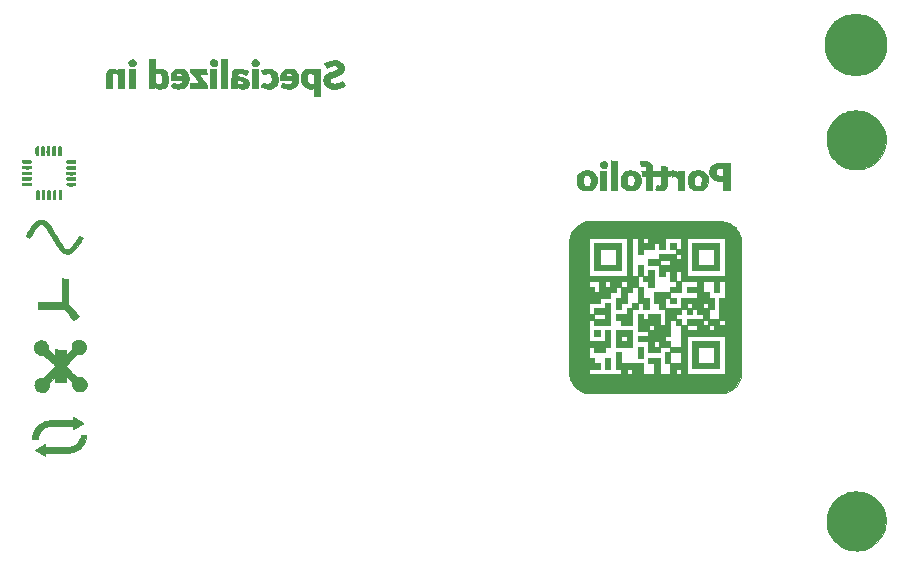
<source format=gbr>
%TF.GenerationSoftware,KiCad,Pcbnew,(5.1.9)-1*%
%TF.CreationDate,2021-11-12T20:27:25+01:00*%
%TF.ProjectId,drawing,64726177-696e-4672-9e6b-696361645f70,rev?*%
%TF.SameCoordinates,Original*%
%TF.FileFunction,Soldermask,Bot*%
%TF.FilePolarity,Negative*%
%FSLAX46Y46*%
G04 Gerber Fmt 4.6, Leading zero omitted, Abs format (unit mm)*
G04 Created by KiCad (PCBNEW (5.1.9)-1) date 2021-11-12 20:27:25*
%MOMM*%
%LPD*%
G01*
G04 APERTURE LIST*
%ADD10C,0.010000*%
%ADD11C,5.318463*%
G04 APERTURE END LIST*
D10*
%TO.C,G\u002A\u002A\u002A*%
G36*
X35627715Y-20510290D02*
G01*
X35922870Y-20554566D01*
X36212330Y-20633908D01*
X36492616Y-20748469D01*
X36760247Y-20898399D01*
X37011743Y-21083851D01*
X37180067Y-21238641D01*
X37398184Y-21486976D01*
X37578967Y-21755255D01*
X37722503Y-22043633D01*
X37828880Y-22352261D01*
X37838489Y-22388111D01*
X37874311Y-22567010D01*
X37897396Y-22771485D01*
X37907126Y-22986550D01*
X37902884Y-23197219D01*
X37884052Y-23388506D01*
X37880607Y-23410518D01*
X37808941Y-23721207D01*
X37699725Y-24017389D01*
X37555593Y-24295855D01*
X37379179Y-24553391D01*
X37173118Y-24786787D01*
X36940046Y-24992832D01*
X36682596Y-25168313D01*
X36403402Y-25310020D01*
X36283285Y-25357603D01*
X36032917Y-25431829D01*
X35762306Y-25481496D01*
X35483626Y-25505683D01*
X35209050Y-25503468D01*
X34950752Y-25473930D01*
X34893250Y-25462823D01*
X34587379Y-25377700D01*
X34297018Y-25255569D01*
X34025447Y-25099266D01*
X33775950Y-24911626D01*
X33551808Y-24695483D01*
X33356303Y-24453672D01*
X33192716Y-24189028D01*
X33064331Y-23904385D01*
X33052973Y-23873305D01*
X32959917Y-23553072D01*
X32908517Y-23232172D01*
X32898334Y-22913160D01*
X32928928Y-22598592D01*
X32999858Y-22291023D01*
X33110685Y-21993009D01*
X33260968Y-21707105D01*
X33450266Y-21435867D01*
X33479020Y-21400228D01*
X33694465Y-21169445D01*
X33932054Y-20972512D01*
X34188305Y-20809582D01*
X34459739Y-20680807D01*
X34742877Y-20586338D01*
X35034239Y-20526328D01*
X35330345Y-20500927D01*
X35627715Y-20510290D01*
G37*
X35627715Y-20510290D02*
X35922870Y-20554566D01*
X36212330Y-20633908D01*
X36492616Y-20748469D01*
X36760247Y-20898399D01*
X37011743Y-21083851D01*
X37180067Y-21238641D01*
X37398184Y-21486976D01*
X37578967Y-21755255D01*
X37722503Y-22043633D01*
X37828880Y-22352261D01*
X37838489Y-22388111D01*
X37874311Y-22567010D01*
X37897396Y-22771485D01*
X37907126Y-22986550D01*
X37902884Y-23197219D01*
X37884052Y-23388506D01*
X37880607Y-23410518D01*
X37808941Y-23721207D01*
X37699725Y-24017389D01*
X37555593Y-24295855D01*
X37379179Y-24553391D01*
X37173118Y-24786787D01*
X36940046Y-24992832D01*
X36682596Y-25168313D01*
X36403402Y-25310020D01*
X36283285Y-25357603D01*
X36032917Y-25431829D01*
X35762306Y-25481496D01*
X35483626Y-25505683D01*
X35209050Y-25503468D01*
X34950752Y-25473930D01*
X34893250Y-25462823D01*
X34587379Y-25377700D01*
X34297018Y-25255569D01*
X34025447Y-25099266D01*
X33775950Y-24911626D01*
X33551808Y-24695483D01*
X33356303Y-24453672D01*
X33192716Y-24189028D01*
X33064331Y-23904385D01*
X33052973Y-23873305D01*
X32959917Y-23553072D01*
X32908517Y-23232172D01*
X32898334Y-22913160D01*
X32928928Y-22598592D01*
X32999858Y-22291023D01*
X33110685Y-21993009D01*
X33260968Y-21707105D01*
X33450266Y-21435867D01*
X33479020Y-21400228D01*
X33694465Y-21169445D01*
X33932054Y-20972512D01*
X34188305Y-20809582D01*
X34459739Y-20680807D01*
X34742877Y-20586338D01*
X35034239Y-20526328D01*
X35330345Y-20500927D01*
X35627715Y-20510290D01*
G36*
X-29781813Y-15806209D02*
G01*
X-29801480Y-16000014D01*
X-29856632Y-16199974D01*
X-29942939Y-16397851D01*
X-30056074Y-16585406D01*
X-30191709Y-16754402D01*
X-30345517Y-16896601D01*
X-30360835Y-16908356D01*
X-30439833Y-16962115D01*
X-30538661Y-17021268D01*
X-30638245Y-17074514D01*
X-30655678Y-17083030D01*
X-30721871Y-17113956D01*
X-30783885Y-17140208D01*
X-30845753Y-17162168D01*
X-30911509Y-17180218D01*
X-30985188Y-17194738D01*
X-31070823Y-17206111D01*
X-31172448Y-17214718D01*
X-31294097Y-17220940D01*
X-31439804Y-17225160D01*
X-31613604Y-17227759D01*
X-31819530Y-17229118D01*
X-32061616Y-17229619D01*
X-32205978Y-17229667D01*
X-33250899Y-17229667D01*
X-33257158Y-17364429D01*
X-33263416Y-17499190D01*
X-33691608Y-17253304D01*
X-33812751Y-17183288D01*
X-33920638Y-17120072D01*
X-34010155Y-17066723D01*
X-34076188Y-17026309D01*
X-34113624Y-17001897D01*
X-34120233Y-16996192D01*
X-34102840Y-16982886D01*
X-34053796Y-16951619D01*
X-33978185Y-16905467D01*
X-33881089Y-16847510D01*
X-33767593Y-16780826D01*
X-33692041Y-16736925D01*
X-33263416Y-16488882D01*
X-33257158Y-16626441D01*
X-33250899Y-16764000D01*
X-32262324Y-16763840D01*
X-32044995Y-16763339D01*
X-31840181Y-16761966D01*
X-31652400Y-16759807D01*
X-31486173Y-16756948D01*
X-31346020Y-16753478D01*
X-31236461Y-16749482D01*
X-31162014Y-16745048D01*
X-31136166Y-16742226D01*
X-30944144Y-16691519D01*
X-30765315Y-16603918D01*
X-30604766Y-16484079D01*
X-30467587Y-16336657D01*
X-30358865Y-16166309D01*
X-30283689Y-15977690D01*
X-30277914Y-15956885D01*
X-30260233Y-15875646D01*
X-30249212Y-15796566D01*
X-30247418Y-15763875D01*
X-30247166Y-15684500D01*
X-29781500Y-15684500D01*
X-29781813Y-15806209D01*
G37*
X-29781813Y-15806209D02*
X-29801480Y-16000014D01*
X-29856632Y-16199974D01*
X-29942939Y-16397851D01*
X-30056074Y-16585406D01*
X-30191709Y-16754402D01*
X-30345517Y-16896601D01*
X-30360835Y-16908356D01*
X-30439833Y-16962115D01*
X-30538661Y-17021268D01*
X-30638245Y-17074514D01*
X-30655678Y-17083030D01*
X-30721871Y-17113956D01*
X-30783885Y-17140208D01*
X-30845753Y-17162168D01*
X-30911509Y-17180218D01*
X-30985188Y-17194738D01*
X-31070823Y-17206111D01*
X-31172448Y-17214718D01*
X-31294097Y-17220940D01*
X-31439804Y-17225160D01*
X-31613604Y-17227759D01*
X-31819530Y-17229118D01*
X-32061616Y-17229619D01*
X-32205978Y-17229667D01*
X-33250899Y-17229667D01*
X-33257158Y-17364429D01*
X-33263416Y-17499190D01*
X-33691608Y-17253304D01*
X-33812751Y-17183288D01*
X-33920638Y-17120072D01*
X-34010155Y-17066723D01*
X-34076188Y-17026309D01*
X-34113624Y-17001897D01*
X-34120233Y-16996192D01*
X-34102840Y-16982886D01*
X-34053796Y-16951619D01*
X-33978185Y-16905467D01*
X-33881089Y-16847510D01*
X-33767593Y-16780826D01*
X-33692041Y-16736925D01*
X-33263416Y-16488882D01*
X-33257158Y-16626441D01*
X-33250899Y-16764000D01*
X-32262324Y-16763840D01*
X-32044995Y-16763339D01*
X-31840181Y-16761966D01*
X-31652400Y-16759807D01*
X-31486173Y-16756948D01*
X-31346020Y-16753478D01*
X-31236461Y-16749482D01*
X-31162014Y-16745048D01*
X-31136166Y-16742226D01*
X-30944144Y-16691519D01*
X-30765315Y-16603918D01*
X-30604766Y-16484079D01*
X-30467587Y-16336657D01*
X-30358865Y-16166309D01*
X-30283689Y-15977690D01*
X-30277914Y-15956885D01*
X-30260233Y-15875646D01*
X-30249212Y-15796566D01*
X-30247418Y-15763875D01*
X-30247166Y-15684500D01*
X-29781500Y-15684500D01*
X-29781813Y-15806209D01*
G36*
X-30845877Y-14233397D02*
G01*
X-30817555Y-14247741D01*
X-30758474Y-14280146D01*
X-30674440Y-14327340D01*
X-30571262Y-14386049D01*
X-30454745Y-14453002D01*
X-30400776Y-14484214D01*
X-30267955Y-14561580D01*
X-30168114Y-14620982D01*
X-30097336Y-14665213D01*
X-30051706Y-14697062D01*
X-30027306Y-14719320D01*
X-30020220Y-14734778D01*
X-30026532Y-14746227D01*
X-30029607Y-14748691D01*
X-30066691Y-14772918D01*
X-30131004Y-14811927D01*
X-30216027Y-14862019D01*
X-30315241Y-14919501D01*
X-30422126Y-14980676D01*
X-30530162Y-15041848D01*
X-30632831Y-15099322D01*
X-30723612Y-15149402D01*
X-30795986Y-15188392D01*
X-30843434Y-15212596D01*
X-30858957Y-15218834D01*
X-30872664Y-15198872D01*
X-30880630Y-15143317D01*
X-30882166Y-15091834D01*
X-30882166Y-14964834D01*
X-31914886Y-14964834D01*
X-32166435Y-14964946D01*
X-32379680Y-14965533D01*
X-32558649Y-14966973D01*
X-32707371Y-14969643D01*
X-32829874Y-14973919D01*
X-32930188Y-14980180D01*
X-33012341Y-14988801D01*
X-33080362Y-15000161D01*
X-33138279Y-15014636D01*
X-33190122Y-15032604D01*
X-33239918Y-15054441D01*
X-33291698Y-15080525D01*
X-33321981Y-15096551D01*
X-33472124Y-15197063D01*
X-33605128Y-15325998D01*
X-33715994Y-15475573D01*
X-33799721Y-15638005D01*
X-33851311Y-15805508D01*
X-33866149Y-15943792D01*
X-33866666Y-16023167D01*
X-34358432Y-16023167D01*
X-34343330Y-15882151D01*
X-34297720Y-15629754D01*
X-34216560Y-15399257D01*
X-34098404Y-15187485D01*
X-33941811Y-14991262D01*
X-33935002Y-14983984D01*
X-33746089Y-14810339D01*
X-33541382Y-14675320D01*
X-33318028Y-14577503D01*
X-33073170Y-14515462D01*
X-32965175Y-14499953D01*
X-32903963Y-14495387D01*
X-32805855Y-14491142D01*
X-32676287Y-14487321D01*
X-32520695Y-14484030D01*
X-32344515Y-14481372D01*
X-32153184Y-14479452D01*
X-31952138Y-14478373D01*
X-31829375Y-14478174D01*
X-30882166Y-14478000D01*
X-30882166Y-14348736D01*
X-30880783Y-14277839D01*
X-30874897Y-14240958D01*
X-30861904Y-14229817D01*
X-30845877Y-14233397D01*
G37*
X-30845877Y-14233397D02*
X-30817555Y-14247741D01*
X-30758474Y-14280146D01*
X-30674440Y-14327340D01*
X-30571262Y-14386049D01*
X-30454745Y-14453002D01*
X-30400776Y-14484214D01*
X-30267955Y-14561580D01*
X-30168114Y-14620982D01*
X-30097336Y-14665213D01*
X-30051706Y-14697062D01*
X-30027306Y-14719320D01*
X-30020220Y-14734778D01*
X-30026532Y-14746227D01*
X-30029607Y-14748691D01*
X-30066691Y-14772918D01*
X-30131004Y-14811927D01*
X-30216027Y-14862019D01*
X-30315241Y-14919501D01*
X-30422126Y-14980676D01*
X-30530162Y-15041848D01*
X-30632831Y-15099322D01*
X-30723612Y-15149402D01*
X-30795986Y-15188392D01*
X-30843434Y-15212596D01*
X-30858957Y-15218834D01*
X-30872664Y-15198872D01*
X-30880630Y-15143317D01*
X-30882166Y-15091834D01*
X-30882166Y-14964834D01*
X-31914886Y-14964834D01*
X-32166435Y-14964946D01*
X-32379680Y-14965533D01*
X-32558649Y-14966973D01*
X-32707371Y-14969643D01*
X-32829874Y-14973919D01*
X-32930188Y-14980180D01*
X-33012341Y-14988801D01*
X-33080362Y-15000161D01*
X-33138279Y-15014636D01*
X-33190122Y-15032604D01*
X-33239918Y-15054441D01*
X-33291698Y-15080525D01*
X-33321981Y-15096551D01*
X-33472124Y-15197063D01*
X-33605128Y-15325998D01*
X-33715994Y-15475573D01*
X-33799721Y-15638005D01*
X-33851311Y-15805508D01*
X-33866149Y-15943792D01*
X-33866666Y-16023167D01*
X-34358432Y-16023167D01*
X-34343330Y-15882151D01*
X-34297720Y-15629754D01*
X-34216560Y-15399257D01*
X-34098404Y-15187485D01*
X-33941811Y-14991262D01*
X-33935002Y-14983984D01*
X-33746089Y-14810339D01*
X-33541382Y-14675320D01*
X-33318028Y-14577503D01*
X-33073170Y-14515462D01*
X-32965175Y-14499953D01*
X-32903963Y-14495387D01*
X-32805855Y-14491142D01*
X-32676287Y-14487321D01*
X-32520695Y-14484030D01*
X-32344515Y-14481372D01*
X-32153184Y-14479452D01*
X-31952138Y-14478373D01*
X-31829375Y-14478174D01*
X-30882166Y-14478000D01*
X-30882166Y-14348736D01*
X-30880783Y-14277839D01*
X-30874897Y-14240958D01*
X-30861904Y-14229817D01*
X-30845877Y-14233397D01*
G36*
X21224100Y2366995D02*
G01*
X21685901Y2366637D01*
X22107387Y2366085D01*
X22488893Y2365337D01*
X22830755Y2364392D01*
X23133309Y2363249D01*
X23396892Y2361908D01*
X23621839Y2360367D01*
X23808486Y2358626D01*
X23957171Y2356683D01*
X24068228Y2354538D01*
X24141995Y2352189D01*
X24178807Y2349636D01*
X24179329Y2349559D01*
X24393279Y2300081D01*
X24611672Y2219282D01*
X24819812Y2113604D01*
X25003008Y1989487D01*
X25005890Y1987201D01*
X25068858Y1943305D01*
X25126569Y1913481D01*
X25159348Y1905000D01*
X25197908Y1895386D01*
X25209411Y1858867D01*
X25209500Y1852820D01*
X25222964Y1804152D01*
X25256520Y1746919D01*
X25269058Y1731111D01*
X25399834Y1551705D01*
X25515354Y1338289D01*
X25612014Y1097551D01*
X25614548Y1090083D01*
X25664584Y941916D01*
X25676750Y-10636250D01*
X25632778Y-10829115D01*
X25552913Y-11087276D01*
X25436701Y-11325860D01*
X25286496Y-11542447D01*
X25104653Y-11734616D01*
X24893526Y-11899947D01*
X24655470Y-12036018D01*
X24392838Y-12140408D01*
X24342468Y-12155843D01*
X24182917Y-12202584D01*
X18467917Y-12205446D01*
X17977329Y-12205625D01*
X17497026Y-12205670D01*
X17028784Y-12205586D01*
X16574379Y-12205376D01*
X16135587Y-12205046D01*
X15714184Y-12204600D01*
X15311945Y-12204043D01*
X14930648Y-12203379D01*
X14572068Y-12202613D01*
X14237982Y-12201750D01*
X13930165Y-12200794D01*
X13650393Y-12199750D01*
X13400442Y-12198622D01*
X13182090Y-12197415D01*
X12997110Y-12196134D01*
X12847281Y-12194783D01*
X12734377Y-12193367D01*
X12660175Y-12191890D01*
X12626451Y-12190358D01*
X12625917Y-12190288D01*
X12370327Y-12134018D01*
X12130072Y-12039490D01*
X11903452Y-11905815D01*
X11688769Y-11732108D01*
X11619709Y-11665300D01*
X11529721Y-11572290D01*
X11462433Y-11495538D01*
X11409025Y-11423041D01*
X11360681Y-11342793D01*
X11308581Y-11242790D01*
X11306939Y-11239500D01*
X11255577Y-11128479D01*
X11206516Y-11008371D01*
X11166612Y-10896641D01*
X11148980Y-10837334D01*
X11101917Y-10657417D01*
X11101917Y-5482167D01*
X13229167Y-5482167D01*
X13229167Y-5926667D01*
X14139334Y-5926667D01*
X14139334Y-5482167D01*
X13229167Y-5482167D01*
X11101917Y-5482167D01*
X11101917Y-4572000D01*
X12763500Y-4572000D01*
X12763500Y-5461000D01*
X13208000Y-5461000D01*
X13208000Y-4995334D01*
X14139334Y-4995334D01*
X14139334Y-4550834D01*
X14605000Y-4550834D01*
X14605000Y-6413500D01*
X13208000Y-6413500D01*
X13208000Y-5947834D01*
X12763500Y-5947834D01*
X12763500Y-7768167D01*
X14139334Y-7768167D01*
X14139334Y-6858000D01*
X14605000Y-6858000D01*
X14605000Y-8255000D01*
X14160500Y-8255000D01*
X14160500Y-8720667D01*
X13208000Y-8720667D01*
X13208000Y-8255000D01*
X12763500Y-8255000D01*
X12763500Y-9165167D01*
X13229167Y-9165167D01*
X13229167Y-9609667D01*
X13694834Y-9609667D01*
X13694834Y-10096500D01*
X12763500Y-10096500D01*
X12763500Y-10541000D01*
X15515167Y-10541000D01*
X15515167Y-10096500D01*
X16002000Y-10096500D01*
X16002000Y-10541000D01*
X16446500Y-10541000D01*
X16446500Y-10096500D01*
X16002000Y-10096500D01*
X15515167Y-10096500D01*
X15049500Y-10096500D01*
X15049500Y-8699500D01*
X15536334Y-8699500D01*
X15536334Y-9609667D01*
X17377834Y-9609667D01*
X17377834Y-10541000D01*
X18288000Y-10541000D01*
X18288000Y-9630834D01*
X17822334Y-9630834D01*
X17822334Y-9165167D01*
X18774834Y-9165167D01*
X18774834Y-10541000D01*
X19663834Y-10541000D01*
X19663834Y-10096500D01*
X20150667Y-10096500D01*
X20150667Y-10541000D01*
X20595167Y-10541000D01*
X20595167Y-10096500D01*
X20150667Y-10096500D01*
X19663834Y-10096500D01*
X19663834Y-9630834D01*
X19219334Y-9630834D01*
X19219334Y-8720667D01*
X19685000Y-8720667D01*
X19685000Y-9609667D01*
X20595167Y-9609667D01*
X20595167Y-8720667D01*
X19685000Y-8720667D01*
X19219334Y-8720667D01*
X19219334Y-8699500D01*
X19663834Y-8699500D01*
X19663834Y-8255000D01*
X18774834Y-8255000D01*
X18774834Y-8720667D01*
X17822334Y-8720667D01*
X17822334Y-7789334D01*
X18309167Y-7789334D01*
X18309167Y-8233834D01*
X18753667Y-8233834D01*
X18753667Y-7789334D01*
X18309167Y-7789334D01*
X17822334Y-7789334D01*
X16912167Y-7789334D01*
X16912167Y-7323667D01*
X19219334Y-7323667D01*
X19219334Y-7768167D01*
X19685000Y-7768167D01*
X19685000Y-8233834D01*
X20595167Y-8233834D01*
X20595167Y-7323667D01*
X21082000Y-7323667D01*
X21082000Y-10541000D01*
X24278167Y-10541000D01*
X24278167Y-7323667D01*
X21082000Y-7323667D01*
X20595167Y-7323667D01*
X20595167Y-6413500D01*
X21082000Y-6413500D01*
X21082000Y-6858000D01*
X21971000Y-6858000D01*
X21971000Y-6413500D01*
X22923500Y-6413500D01*
X22923500Y-6858000D01*
X23368000Y-6858000D01*
X23368000Y-6413500D01*
X22923500Y-6413500D01*
X21971000Y-6413500D01*
X21082000Y-6413500D01*
X20595167Y-6413500D01*
X20129500Y-6413500D01*
X20129500Y-5947834D01*
X19685000Y-5947834D01*
X19685000Y-7323667D01*
X19219334Y-7323667D01*
X16912167Y-7323667D01*
X16912167Y-7302500D01*
X17822334Y-7302500D01*
X17822334Y-6879167D01*
X16912167Y-6879167D01*
X16912167Y-6413500D01*
X17843500Y-6413500D01*
X17843500Y-6858000D01*
X18288000Y-6858000D01*
X18288000Y-6413500D01*
X17843500Y-6413500D01*
X16912167Y-6413500D01*
X16912167Y-5461000D01*
X17377834Y-5461000D01*
X17377834Y-5926667D01*
X17822334Y-5926667D01*
X17822334Y-5461000D01*
X18774834Y-5461000D01*
X18774834Y-6392334D01*
X19219334Y-6392334D01*
X19219334Y-5482167D01*
X20150667Y-5482167D01*
X20150667Y-5926667D01*
X20616334Y-5926667D01*
X20616334Y-6392334D01*
X21060834Y-6392334D01*
X21060834Y-5947834D01*
X22457834Y-5947834D01*
X22457834Y-6392334D01*
X22902334Y-6392334D01*
X22902334Y-5947834D01*
X23833667Y-5947834D01*
X23833667Y-6392334D01*
X24278167Y-6392334D01*
X24278167Y-5947834D01*
X23833667Y-5947834D01*
X22902334Y-5947834D01*
X22457834Y-5947834D01*
X21060834Y-5947834D01*
X21060834Y-5926667D01*
X22436667Y-5926667D01*
X22436667Y-5482167D01*
X21971000Y-5482167D01*
X21971000Y-5016500D01*
X21526500Y-5016500D01*
X21526500Y-5482167D01*
X21060834Y-5482167D01*
X21060834Y-5016500D01*
X20616334Y-5016500D01*
X20616334Y-5482167D01*
X20150667Y-5482167D01*
X19219334Y-5482167D01*
X19219334Y-5016500D01*
X18753667Y-5016500D01*
X18753667Y-4572000D01*
X18288000Y-4572000D01*
X18288000Y-4106334D01*
X19219334Y-4106334D01*
X19219334Y-4995334D01*
X20595167Y-4995334D01*
X20595167Y-4572000D01*
X21082000Y-4572000D01*
X21082000Y-4995334D01*
X21526500Y-4995334D01*
X21526500Y-4572000D01*
X22457834Y-4572000D01*
X22457834Y-4995334D01*
X22902334Y-4995334D01*
X22902334Y-4572000D01*
X22457834Y-4572000D01*
X21526500Y-4572000D01*
X21082000Y-4572000D01*
X20595167Y-4572000D01*
X20595167Y-4085167D01*
X21971000Y-4085167D01*
X21971000Y-3640667D01*
X21060834Y-3640667D01*
X21060834Y-3153834D01*
X21971000Y-3153834D01*
X21971000Y-2709334D01*
X22457834Y-2709334D01*
X22457834Y-3619500D01*
X22923500Y-3619500D01*
X22923500Y-4085167D01*
X23389167Y-4085167D01*
X23389167Y-5016500D01*
X22923500Y-5016500D01*
X22923500Y-5926667D01*
X23833667Y-5926667D01*
X23833667Y-4085167D01*
X24278167Y-4085167D01*
X24278167Y-2709334D01*
X23833667Y-2709334D01*
X23833667Y-3640667D01*
X23368000Y-3640667D01*
X23368000Y-2709334D01*
X22457834Y-2709334D01*
X21971000Y-2709334D01*
X20616334Y-2709334D01*
X20616334Y-3640667D01*
X19685000Y-3640667D01*
X19685000Y-4085167D01*
X20150667Y-4085167D01*
X20150667Y-4573387D01*
X19674417Y-4561417D01*
X19668409Y-4333875D01*
X19662401Y-4106334D01*
X19219334Y-4106334D01*
X18288000Y-4106334D01*
X18288000Y-3619500D01*
X19663834Y-3619500D01*
X19663834Y-3153834D01*
X20129500Y-3153834D01*
X20129500Y-2709334D01*
X19663834Y-2709334D01*
X19663834Y-1799167D01*
X20150667Y-1799167D01*
X20150667Y-2688167D01*
X20595167Y-2688167D01*
X20595167Y-1799167D01*
X20150667Y-1799167D01*
X19663834Y-1799167D01*
X19219334Y-1799167D01*
X19219334Y-2264834D01*
X18753667Y-2264834D01*
X18753667Y-1333500D01*
X17822334Y-1333500D01*
X17822334Y-867834D01*
X18774834Y-867834D01*
X18774834Y-1312334D01*
X19663834Y-1312334D01*
X19663834Y-867834D01*
X18774834Y-867834D01*
X17822334Y-867834D01*
X17822334Y-846667D01*
X18753667Y-846667D01*
X18753667Y-402167D01*
X20150667Y-402167D01*
X20150667Y-846667D01*
X20595167Y-846667D01*
X20595167Y-402167D01*
X20150667Y-402167D01*
X18753667Y-402167D01*
X18753667Y-381000D01*
X20129500Y-381000D01*
X20129500Y40901D01*
X19901959Y46909D01*
X19674417Y52916D01*
X19662447Y529166D01*
X20150667Y529166D01*
X20150667Y63500D01*
X20595167Y63500D01*
X20595167Y973666D01*
X21082000Y973666D01*
X21082000Y-2243667D01*
X24278167Y-2243667D01*
X24278167Y973666D01*
X21082000Y973666D01*
X20595167Y973666D01*
X19219334Y973666D01*
X19219334Y42333D01*
X18753667Y42333D01*
X18753667Y508000D01*
X18309167Y508000D01*
X18309167Y42333D01*
X17377834Y42333D01*
X17377834Y-402167D01*
X16912167Y-402167D01*
X16912167Y973666D01*
X17377834Y973666D01*
X17377834Y529166D01*
X17822334Y529166D01*
X17822334Y973666D01*
X17377834Y973666D01*
X16912167Y973666D01*
X16467667Y973666D01*
X16467667Y-2243667D01*
X16912167Y-2243667D01*
X16912167Y-1312334D01*
X17377834Y-1312334D01*
X17377834Y-2243667D01*
X17822334Y-2243667D01*
X17822334Y-1778000D01*
X18309167Y-1778000D01*
X18309167Y-3175000D01*
X17822334Y-3175000D01*
X17822334Y-2709334D01*
X17356667Y-2709334D01*
X17356667Y-2264834D01*
X16912167Y-2264834D01*
X16912167Y-3153834D01*
X17377834Y-3153834D01*
X17377834Y-4085167D01*
X17843500Y-4085167D01*
X17843500Y-5016500D01*
X17356667Y-5016500D01*
X17356667Y-4572000D01*
X16912167Y-4572000D01*
X16912167Y-5016500D01*
X16467667Y-5016500D01*
X16467667Y-6413500D01*
X15515167Y-6413500D01*
X15515167Y-5947834D01*
X15049500Y-5947834D01*
X15049500Y-5461000D01*
X15980834Y-5461000D01*
X15980834Y-4995334D01*
X16446500Y-4995334D01*
X16446500Y-4550834D01*
X16912167Y-4550834D01*
X16912167Y-3175000D01*
X16467667Y-3175000D01*
X16467667Y-3640667D01*
X16002000Y-3640667D01*
X16002000Y-4572000D01*
X15536334Y-4572000D01*
X15536334Y-5016500D01*
X15049500Y-5016500D01*
X15049500Y-4085167D01*
X15515167Y-4085167D01*
X15515167Y-3175000D01*
X15070667Y-3175000D01*
X15070667Y-3640667D01*
X14605000Y-3640667D01*
X14605000Y-4106334D01*
X13694834Y-4106334D01*
X13694834Y-4572000D01*
X12763500Y-4572000D01*
X11101917Y-4572000D01*
X11101917Y-2709334D01*
X12763500Y-2709334D01*
X12763500Y-3153834D01*
X13229167Y-3153834D01*
X13229167Y-3619500D01*
X13673667Y-3619500D01*
X13673667Y-2709334D01*
X14160500Y-2709334D01*
X14160500Y-3153834D01*
X14605000Y-3153834D01*
X14605000Y-2709334D01*
X15536334Y-2709334D01*
X15536334Y-3153834D01*
X15980834Y-3153834D01*
X15980834Y-2709334D01*
X15536334Y-2709334D01*
X14605000Y-2709334D01*
X14160500Y-2709334D01*
X13673667Y-2709334D01*
X12763500Y-2709334D01*
X11101917Y-2709334D01*
X11101917Y814916D01*
X11142277Y973666D01*
X12763500Y973666D01*
X12763500Y-2243667D01*
X15980834Y-2243667D01*
X15980834Y973666D01*
X12763500Y973666D01*
X11142277Y973666D01*
X11150350Y1005416D01*
X11238251Y1268001D01*
X11361949Y1509988D01*
X11518908Y1728734D01*
X11706587Y1921595D01*
X11922450Y2085929D01*
X12163956Y2219092D01*
X12404485Y2311144D01*
X12562417Y2360083D01*
X18298584Y2365890D01*
X18967008Y2366493D01*
X19593436Y2366906D01*
X20178203Y2367128D01*
X20721645Y2367158D01*
X21224100Y2366995D01*
G37*
X21224100Y2366995D02*
X21685901Y2366637D01*
X22107387Y2366085D01*
X22488893Y2365337D01*
X22830755Y2364392D01*
X23133309Y2363249D01*
X23396892Y2361908D01*
X23621839Y2360367D01*
X23808486Y2358626D01*
X23957171Y2356683D01*
X24068228Y2354538D01*
X24141995Y2352189D01*
X24178807Y2349636D01*
X24179329Y2349559D01*
X24393279Y2300081D01*
X24611672Y2219282D01*
X24819812Y2113604D01*
X25003008Y1989487D01*
X25005890Y1987201D01*
X25068858Y1943305D01*
X25126569Y1913481D01*
X25159348Y1905000D01*
X25197908Y1895386D01*
X25209411Y1858867D01*
X25209500Y1852820D01*
X25222964Y1804152D01*
X25256520Y1746919D01*
X25269058Y1731111D01*
X25399834Y1551705D01*
X25515354Y1338289D01*
X25612014Y1097551D01*
X25614548Y1090083D01*
X25664584Y941916D01*
X25676750Y-10636250D01*
X25632778Y-10829115D01*
X25552913Y-11087276D01*
X25436701Y-11325860D01*
X25286496Y-11542447D01*
X25104653Y-11734616D01*
X24893526Y-11899947D01*
X24655470Y-12036018D01*
X24392838Y-12140408D01*
X24342468Y-12155843D01*
X24182917Y-12202584D01*
X18467917Y-12205446D01*
X17977329Y-12205625D01*
X17497026Y-12205670D01*
X17028784Y-12205586D01*
X16574379Y-12205376D01*
X16135587Y-12205046D01*
X15714184Y-12204600D01*
X15311945Y-12204043D01*
X14930648Y-12203379D01*
X14572068Y-12202613D01*
X14237982Y-12201750D01*
X13930165Y-12200794D01*
X13650393Y-12199750D01*
X13400442Y-12198622D01*
X13182090Y-12197415D01*
X12997110Y-12196134D01*
X12847281Y-12194783D01*
X12734377Y-12193367D01*
X12660175Y-12191890D01*
X12626451Y-12190358D01*
X12625917Y-12190288D01*
X12370327Y-12134018D01*
X12130072Y-12039490D01*
X11903452Y-11905815D01*
X11688769Y-11732108D01*
X11619709Y-11665300D01*
X11529721Y-11572290D01*
X11462433Y-11495538D01*
X11409025Y-11423041D01*
X11360681Y-11342793D01*
X11308581Y-11242790D01*
X11306939Y-11239500D01*
X11255577Y-11128479D01*
X11206516Y-11008371D01*
X11166612Y-10896641D01*
X11148980Y-10837334D01*
X11101917Y-10657417D01*
X11101917Y-5482167D01*
X13229167Y-5482167D01*
X13229167Y-5926667D01*
X14139334Y-5926667D01*
X14139334Y-5482167D01*
X13229167Y-5482167D01*
X11101917Y-5482167D01*
X11101917Y-4572000D01*
X12763500Y-4572000D01*
X12763500Y-5461000D01*
X13208000Y-5461000D01*
X13208000Y-4995334D01*
X14139334Y-4995334D01*
X14139334Y-4550834D01*
X14605000Y-4550834D01*
X14605000Y-6413500D01*
X13208000Y-6413500D01*
X13208000Y-5947834D01*
X12763500Y-5947834D01*
X12763500Y-7768167D01*
X14139334Y-7768167D01*
X14139334Y-6858000D01*
X14605000Y-6858000D01*
X14605000Y-8255000D01*
X14160500Y-8255000D01*
X14160500Y-8720667D01*
X13208000Y-8720667D01*
X13208000Y-8255000D01*
X12763500Y-8255000D01*
X12763500Y-9165167D01*
X13229167Y-9165167D01*
X13229167Y-9609667D01*
X13694834Y-9609667D01*
X13694834Y-10096500D01*
X12763500Y-10096500D01*
X12763500Y-10541000D01*
X15515167Y-10541000D01*
X15515167Y-10096500D01*
X16002000Y-10096500D01*
X16002000Y-10541000D01*
X16446500Y-10541000D01*
X16446500Y-10096500D01*
X16002000Y-10096500D01*
X15515167Y-10096500D01*
X15049500Y-10096500D01*
X15049500Y-8699500D01*
X15536334Y-8699500D01*
X15536334Y-9609667D01*
X17377834Y-9609667D01*
X17377834Y-10541000D01*
X18288000Y-10541000D01*
X18288000Y-9630834D01*
X17822334Y-9630834D01*
X17822334Y-9165167D01*
X18774834Y-9165167D01*
X18774834Y-10541000D01*
X19663834Y-10541000D01*
X19663834Y-10096500D01*
X20150667Y-10096500D01*
X20150667Y-10541000D01*
X20595167Y-10541000D01*
X20595167Y-10096500D01*
X20150667Y-10096500D01*
X19663834Y-10096500D01*
X19663834Y-9630834D01*
X19219334Y-9630834D01*
X19219334Y-8720667D01*
X19685000Y-8720667D01*
X19685000Y-9609667D01*
X20595167Y-9609667D01*
X20595167Y-8720667D01*
X19685000Y-8720667D01*
X19219334Y-8720667D01*
X19219334Y-8699500D01*
X19663834Y-8699500D01*
X19663834Y-8255000D01*
X18774834Y-8255000D01*
X18774834Y-8720667D01*
X17822334Y-8720667D01*
X17822334Y-7789334D01*
X18309167Y-7789334D01*
X18309167Y-8233834D01*
X18753667Y-8233834D01*
X18753667Y-7789334D01*
X18309167Y-7789334D01*
X17822334Y-7789334D01*
X16912167Y-7789334D01*
X16912167Y-7323667D01*
X19219334Y-7323667D01*
X19219334Y-7768167D01*
X19685000Y-7768167D01*
X19685000Y-8233834D01*
X20595167Y-8233834D01*
X20595167Y-7323667D01*
X21082000Y-7323667D01*
X21082000Y-10541000D01*
X24278167Y-10541000D01*
X24278167Y-7323667D01*
X21082000Y-7323667D01*
X20595167Y-7323667D01*
X20595167Y-6413500D01*
X21082000Y-6413500D01*
X21082000Y-6858000D01*
X21971000Y-6858000D01*
X21971000Y-6413500D01*
X22923500Y-6413500D01*
X22923500Y-6858000D01*
X23368000Y-6858000D01*
X23368000Y-6413500D01*
X22923500Y-6413500D01*
X21971000Y-6413500D01*
X21082000Y-6413500D01*
X20595167Y-6413500D01*
X20129500Y-6413500D01*
X20129500Y-5947834D01*
X19685000Y-5947834D01*
X19685000Y-7323667D01*
X19219334Y-7323667D01*
X16912167Y-7323667D01*
X16912167Y-7302500D01*
X17822334Y-7302500D01*
X17822334Y-6879167D01*
X16912167Y-6879167D01*
X16912167Y-6413500D01*
X17843500Y-6413500D01*
X17843500Y-6858000D01*
X18288000Y-6858000D01*
X18288000Y-6413500D01*
X17843500Y-6413500D01*
X16912167Y-6413500D01*
X16912167Y-5461000D01*
X17377834Y-5461000D01*
X17377834Y-5926667D01*
X17822334Y-5926667D01*
X17822334Y-5461000D01*
X18774834Y-5461000D01*
X18774834Y-6392334D01*
X19219334Y-6392334D01*
X19219334Y-5482167D01*
X20150667Y-5482167D01*
X20150667Y-5926667D01*
X20616334Y-5926667D01*
X20616334Y-6392334D01*
X21060834Y-6392334D01*
X21060834Y-5947834D01*
X22457834Y-5947834D01*
X22457834Y-6392334D01*
X22902334Y-6392334D01*
X22902334Y-5947834D01*
X23833667Y-5947834D01*
X23833667Y-6392334D01*
X24278167Y-6392334D01*
X24278167Y-5947834D01*
X23833667Y-5947834D01*
X22902334Y-5947834D01*
X22457834Y-5947834D01*
X21060834Y-5947834D01*
X21060834Y-5926667D01*
X22436667Y-5926667D01*
X22436667Y-5482167D01*
X21971000Y-5482167D01*
X21971000Y-5016500D01*
X21526500Y-5016500D01*
X21526500Y-5482167D01*
X21060834Y-5482167D01*
X21060834Y-5016500D01*
X20616334Y-5016500D01*
X20616334Y-5482167D01*
X20150667Y-5482167D01*
X19219334Y-5482167D01*
X19219334Y-5016500D01*
X18753667Y-5016500D01*
X18753667Y-4572000D01*
X18288000Y-4572000D01*
X18288000Y-4106334D01*
X19219334Y-4106334D01*
X19219334Y-4995334D01*
X20595167Y-4995334D01*
X20595167Y-4572000D01*
X21082000Y-4572000D01*
X21082000Y-4995334D01*
X21526500Y-4995334D01*
X21526500Y-4572000D01*
X22457834Y-4572000D01*
X22457834Y-4995334D01*
X22902334Y-4995334D01*
X22902334Y-4572000D01*
X22457834Y-4572000D01*
X21526500Y-4572000D01*
X21082000Y-4572000D01*
X20595167Y-4572000D01*
X20595167Y-4085167D01*
X21971000Y-4085167D01*
X21971000Y-3640667D01*
X21060834Y-3640667D01*
X21060834Y-3153834D01*
X21971000Y-3153834D01*
X21971000Y-2709334D01*
X22457834Y-2709334D01*
X22457834Y-3619500D01*
X22923500Y-3619500D01*
X22923500Y-4085167D01*
X23389167Y-4085167D01*
X23389167Y-5016500D01*
X22923500Y-5016500D01*
X22923500Y-5926667D01*
X23833667Y-5926667D01*
X23833667Y-4085167D01*
X24278167Y-4085167D01*
X24278167Y-2709334D01*
X23833667Y-2709334D01*
X23833667Y-3640667D01*
X23368000Y-3640667D01*
X23368000Y-2709334D01*
X22457834Y-2709334D01*
X21971000Y-2709334D01*
X20616334Y-2709334D01*
X20616334Y-3640667D01*
X19685000Y-3640667D01*
X19685000Y-4085167D01*
X20150667Y-4085167D01*
X20150667Y-4573387D01*
X19674417Y-4561417D01*
X19668409Y-4333875D01*
X19662401Y-4106334D01*
X19219334Y-4106334D01*
X18288000Y-4106334D01*
X18288000Y-3619500D01*
X19663834Y-3619500D01*
X19663834Y-3153834D01*
X20129500Y-3153834D01*
X20129500Y-2709334D01*
X19663834Y-2709334D01*
X19663834Y-1799167D01*
X20150667Y-1799167D01*
X20150667Y-2688167D01*
X20595167Y-2688167D01*
X20595167Y-1799167D01*
X20150667Y-1799167D01*
X19663834Y-1799167D01*
X19219334Y-1799167D01*
X19219334Y-2264834D01*
X18753667Y-2264834D01*
X18753667Y-1333500D01*
X17822334Y-1333500D01*
X17822334Y-867834D01*
X18774834Y-867834D01*
X18774834Y-1312334D01*
X19663834Y-1312334D01*
X19663834Y-867834D01*
X18774834Y-867834D01*
X17822334Y-867834D01*
X17822334Y-846667D01*
X18753667Y-846667D01*
X18753667Y-402167D01*
X20150667Y-402167D01*
X20150667Y-846667D01*
X20595167Y-846667D01*
X20595167Y-402167D01*
X20150667Y-402167D01*
X18753667Y-402167D01*
X18753667Y-381000D01*
X20129500Y-381000D01*
X20129500Y40901D01*
X19901959Y46909D01*
X19674417Y52916D01*
X19662447Y529166D01*
X20150667Y529166D01*
X20150667Y63500D01*
X20595167Y63500D01*
X20595167Y973666D01*
X21082000Y973666D01*
X21082000Y-2243667D01*
X24278167Y-2243667D01*
X24278167Y973666D01*
X21082000Y973666D01*
X20595167Y973666D01*
X19219334Y973666D01*
X19219334Y42333D01*
X18753667Y42333D01*
X18753667Y508000D01*
X18309167Y508000D01*
X18309167Y42333D01*
X17377834Y42333D01*
X17377834Y-402167D01*
X16912167Y-402167D01*
X16912167Y973666D01*
X17377834Y973666D01*
X17377834Y529166D01*
X17822334Y529166D01*
X17822334Y973666D01*
X17377834Y973666D01*
X16912167Y973666D01*
X16467667Y973666D01*
X16467667Y-2243667D01*
X16912167Y-2243667D01*
X16912167Y-1312334D01*
X17377834Y-1312334D01*
X17377834Y-2243667D01*
X17822334Y-2243667D01*
X17822334Y-1778000D01*
X18309167Y-1778000D01*
X18309167Y-3175000D01*
X17822334Y-3175000D01*
X17822334Y-2709334D01*
X17356667Y-2709334D01*
X17356667Y-2264834D01*
X16912167Y-2264834D01*
X16912167Y-3153834D01*
X17377834Y-3153834D01*
X17377834Y-4085167D01*
X17843500Y-4085167D01*
X17843500Y-5016500D01*
X17356667Y-5016500D01*
X17356667Y-4572000D01*
X16912167Y-4572000D01*
X16912167Y-5016500D01*
X16467667Y-5016500D01*
X16467667Y-6413500D01*
X15515167Y-6413500D01*
X15515167Y-5947834D01*
X15049500Y-5947834D01*
X15049500Y-5461000D01*
X15980834Y-5461000D01*
X15980834Y-4995334D01*
X16446500Y-4995334D01*
X16446500Y-4550834D01*
X16912167Y-4550834D01*
X16912167Y-3175000D01*
X16467667Y-3175000D01*
X16467667Y-3640667D01*
X16002000Y-3640667D01*
X16002000Y-4572000D01*
X15536334Y-4572000D01*
X15536334Y-5016500D01*
X15049500Y-5016500D01*
X15049500Y-4085167D01*
X15515167Y-4085167D01*
X15515167Y-3175000D01*
X15070667Y-3175000D01*
X15070667Y-3640667D01*
X14605000Y-3640667D01*
X14605000Y-4106334D01*
X13694834Y-4106334D01*
X13694834Y-4572000D01*
X12763500Y-4572000D01*
X11101917Y-4572000D01*
X11101917Y-2709334D01*
X12763500Y-2709334D01*
X12763500Y-3153834D01*
X13229167Y-3153834D01*
X13229167Y-3619500D01*
X13673667Y-3619500D01*
X13673667Y-2709334D01*
X14160500Y-2709334D01*
X14160500Y-3153834D01*
X14605000Y-3153834D01*
X14605000Y-2709334D01*
X15536334Y-2709334D01*
X15536334Y-3153834D01*
X15980834Y-3153834D01*
X15980834Y-2709334D01*
X15536334Y-2709334D01*
X14605000Y-2709334D01*
X14160500Y-2709334D01*
X13673667Y-2709334D01*
X12763500Y-2709334D01*
X11101917Y-2709334D01*
X11101917Y814916D01*
X11142277Y973666D01*
X12763500Y973666D01*
X12763500Y-2243667D01*
X15980834Y-2243667D01*
X15980834Y973666D01*
X12763500Y973666D01*
X11142277Y973666D01*
X11150350Y1005416D01*
X11238251Y1268001D01*
X11361949Y1509988D01*
X11518908Y1728734D01*
X11706587Y1921595D01*
X11922450Y2085929D01*
X12163956Y2219092D01*
X12404485Y2311144D01*
X12562417Y2360083D01*
X18298584Y2365890D01*
X18967008Y2366493D01*
X19593436Y2366906D01*
X20178203Y2367128D01*
X20721645Y2367158D01*
X21224100Y2366995D01*
G36*
X-30242415Y-7672177D02*
G01*
X-30100016Y-7728474D01*
X-29978403Y-7821489D01*
X-29930204Y-7875844D01*
X-29856135Y-7985276D01*
X-29813088Y-8093220D01*
X-29795433Y-8216248D01*
X-29794235Y-8276167D01*
X-29812524Y-8430183D01*
X-29867126Y-8565319D01*
X-29960751Y-8688028D01*
X-29972000Y-8699500D01*
X-30080340Y-8789439D01*
X-30196560Y-8846047D01*
X-30331639Y-8873689D01*
X-30421383Y-8878157D01*
X-30585017Y-8879417D01*
X-31051092Y-9359147D01*
X-31165333Y-9477606D01*
X-31269416Y-9587205D01*
X-31359796Y-9684078D01*
X-31432924Y-9764357D01*
X-31485254Y-9824175D01*
X-31513239Y-9859664D01*
X-31516994Y-9867147D01*
X-31502130Y-9888162D01*
X-31460078Y-9934432D01*
X-31394521Y-10002241D01*
X-31309140Y-10087875D01*
X-31207618Y-10187619D01*
X-31093634Y-10297757D01*
X-31030163Y-10358377D01*
X-30543505Y-10821337D01*
X-30358294Y-10824044D01*
X-30256115Y-10827907D01*
X-30181346Y-10837852D01*
X-30119187Y-10856713D01*
X-30070580Y-10879107D01*
X-29942061Y-10967527D01*
X-29842838Y-11084351D01*
X-29776031Y-11224711D01*
X-29744762Y-11383739D01*
X-29744480Y-11387667D01*
X-29753021Y-11542811D01*
X-29797439Y-11683791D01*
X-29872552Y-11806746D01*
X-29973177Y-11907815D01*
X-30094131Y-11983139D01*
X-30230231Y-12028856D01*
X-30376294Y-12041107D01*
X-30527138Y-12016030D01*
X-30569164Y-12001930D01*
X-30706415Y-11932848D01*
X-30813819Y-11837147D01*
X-30898204Y-11708661D01*
X-30901833Y-11701481D01*
X-30939066Y-11618785D01*
X-30958885Y-11546782D01*
X-30966255Y-11463859D01*
X-30966833Y-11418576D01*
X-30966833Y-11265746D01*
X-31506583Y-10743814D01*
X-31517166Y-10996949D01*
X-31527750Y-11250084D01*
X-31977541Y-11255796D01*
X-32427333Y-11261509D01*
X-32428119Y-11012379D01*
X-32428904Y-10763250D01*
X-32687410Y-11028179D01*
X-32945916Y-11293107D01*
X-32945916Y-11472679D01*
X-32947634Y-11566901D01*
X-32954975Y-11634165D01*
X-32971222Y-11689780D01*
X-32999658Y-11749059D01*
X-33008742Y-11765678D01*
X-33104288Y-11897578D01*
X-33224588Y-11997798D01*
X-33364126Y-12063617D01*
X-33517381Y-12092315D01*
X-33656684Y-12085112D01*
X-33807309Y-12040908D01*
X-33936578Y-11962904D01*
X-34040442Y-11855938D01*
X-34114851Y-11724844D01*
X-34155758Y-11574458D01*
X-34162535Y-11481006D01*
X-34159206Y-11387085D01*
X-34145106Y-11312891D01*
X-34115098Y-11236191D01*
X-34097612Y-11200076D01*
X-34010769Y-11070794D01*
X-33896637Y-10969212D01*
X-33762174Y-10899207D01*
X-33614339Y-10864653D01*
X-33495361Y-10864685D01*
X-33385464Y-10876027D01*
X-32906398Y-10382148D01*
X-32790795Y-10262666D01*
X-32685230Y-10152977D01*
X-32593176Y-10056734D01*
X-32518107Y-9977592D01*
X-32463496Y-9919206D01*
X-32432815Y-9885231D01*
X-32427333Y-9878036D01*
X-32442017Y-9861424D01*
X-32483666Y-9819072D01*
X-32548677Y-9754522D01*
X-32633444Y-9671319D01*
X-32734364Y-9573007D01*
X-32847834Y-9463131D01*
X-32920080Y-9393476D01*
X-33412826Y-8919149D01*
X-33553148Y-8928084D01*
X-33703438Y-8924588D01*
X-33831873Y-8890446D01*
X-33948981Y-8821648D01*
X-34036862Y-8743736D01*
X-34110017Y-8663025D01*
X-34158115Y-8589397D01*
X-34191532Y-8506769D01*
X-34193246Y-8501336D01*
X-34220387Y-8347127D01*
X-34208229Y-8194993D01*
X-34159570Y-8051472D01*
X-34077206Y-7923102D01*
X-33963937Y-7816421D01*
X-33877250Y-7762921D01*
X-33770533Y-7725976D01*
X-33643276Y-7708813D01*
X-33512889Y-7712451D01*
X-33404461Y-7735267D01*
X-33265927Y-7802494D01*
X-33151714Y-7901224D01*
X-33065645Y-8025923D01*
X-33011541Y-8171055D01*
X-32993223Y-8330824D01*
X-32993938Y-8480731D01*
X-32710636Y-8750459D01*
X-32427333Y-9020187D01*
X-32427333Y-8486992D01*
X-31977541Y-8492704D01*
X-31527750Y-8498417D01*
X-31517166Y-8727925D01*
X-31506583Y-8957432D01*
X-31261212Y-8706654D01*
X-31015842Y-8455876D01*
X-31017796Y-8286647D01*
X-31016493Y-8191315D01*
X-31007656Y-8120581D01*
X-30987827Y-8056905D01*
X-30960693Y-7997156D01*
X-30871806Y-7859417D01*
X-30758099Y-7755639D01*
X-30621721Y-7687153D01*
X-30464820Y-7655287D01*
X-30404677Y-7653033D01*
X-30242415Y-7672177D01*
G37*
X-30242415Y-7672177D02*
X-30100016Y-7728474D01*
X-29978403Y-7821489D01*
X-29930204Y-7875844D01*
X-29856135Y-7985276D01*
X-29813088Y-8093220D01*
X-29795433Y-8216248D01*
X-29794235Y-8276167D01*
X-29812524Y-8430183D01*
X-29867126Y-8565319D01*
X-29960751Y-8688028D01*
X-29972000Y-8699500D01*
X-30080340Y-8789439D01*
X-30196560Y-8846047D01*
X-30331639Y-8873689D01*
X-30421383Y-8878157D01*
X-30585017Y-8879417D01*
X-31051092Y-9359147D01*
X-31165333Y-9477606D01*
X-31269416Y-9587205D01*
X-31359796Y-9684078D01*
X-31432924Y-9764357D01*
X-31485254Y-9824175D01*
X-31513239Y-9859664D01*
X-31516994Y-9867147D01*
X-31502130Y-9888162D01*
X-31460078Y-9934432D01*
X-31394521Y-10002241D01*
X-31309140Y-10087875D01*
X-31207618Y-10187619D01*
X-31093634Y-10297757D01*
X-31030163Y-10358377D01*
X-30543505Y-10821337D01*
X-30358294Y-10824044D01*
X-30256115Y-10827907D01*
X-30181346Y-10837852D01*
X-30119187Y-10856713D01*
X-30070580Y-10879107D01*
X-29942061Y-10967527D01*
X-29842838Y-11084351D01*
X-29776031Y-11224711D01*
X-29744762Y-11383739D01*
X-29744480Y-11387667D01*
X-29753021Y-11542811D01*
X-29797439Y-11683791D01*
X-29872552Y-11806746D01*
X-29973177Y-11907815D01*
X-30094131Y-11983139D01*
X-30230231Y-12028856D01*
X-30376294Y-12041107D01*
X-30527138Y-12016030D01*
X-30569164Y-12001930D01*
X-30706415Y-11932848D01*
X-30813819Y-11837147D01*
X-30898204Y-11708661D01*
X-30901833Y-11701481D01*
X-30939066Y-11618785D01*
X-30958885Y-11546782D01*
X-30966255Y-11463859D01*
X-30966833Y-11418576D01*
X-30966833Y-11265746D01*
X-31506583Y-10743814D01*
X-31517166Y-10996949D01*
X-31527750Y-11250084D01*
X-31977541Y-11255796D01*
X-32427333Y-11261509D01*
X-32428119Y-11012379D01*
X-32428904Y-10763250D01*
X-32687410Y-11028179D01*
X-32945916Y-11293107D01*
X-32945916Y-11472679D01*
X-32947634Y-11566901D01*
X-32954975Y-11634165D01*
X-32971222Y-11689780D01*
X-32999658Y-11749059D01*
X-33008742Y-11765678D01*
X-33104288Y-11897578D01*
X-33224588Y-11997798D01*
X-33364126Y-12063617D01*
X-33517381Y-12092315D01*
X-33656684Y-12085112D01*
X-33807309Y-12040908D01*
X-33936578Y-11962904D01*
X-34040442Y-11855938D01*
X-34114851Y-11724844D01*
X-34155758Y-11574458D01*
X-34162535Y-11481006D01*
X-34159206Y-11387085D01*
X-34145106Y-11312891D01*
X-34115098Y-11236191D01*
X-34097612Y-11200076D01*
X-34010769Y-11070794D01*
X-33896637Y-10969212D01*
X-33762174Y-10899207D01*
X-33614339Y-10864653D01*
X-33495361Y-10864685D01*
X-33385464Y-10876027D01*
X-32906398Y-10382148D01*
X-32790795Y-10262666D01*
X-32685230Y-10152977D01*
X-32593176Y-10056734D01*
X-32518107Y-9977592D01*
X-32463496Y-9919206D01*
X-32432815Y-9885231D01*
X-32427333Y-9878036D01*
X-32442017Y-9861424D01*
X-32483666Y-9819072D01*
X-32548677Y-9754522D01*
X-32633444Y-9671319D01*
X-32734364Y-9573007D01*
X-32847834Y-9463131D01*
X-32920080Y-9393476D01*
X-33412826Y-8919149D01*
X-33553148Y-8928084D01*
X-33703438Y-8924588D01*
X-33831873Y-8890446D01*
X-33948981Y-8821648D01*
X-34036862Y-8743736D01*
X-34110017Y-8663025D01*
X-34158115Y-8589397D01*
X-34191532Y-8506769D01*
X-34193246Y-8501336D01*
X-34220387Y-8347127D01*
X-34208229Y-8194993D01*
X-34159570Y-8051472D01*
X-34077206Y-7923102D01*
X-33963937Y-7816421D01*
X-33877250Y-7762921D01*
X-33770533Y-7725976D01*
X-33643276Y-7708813D01*
X-33512889Y-7712451D01*
X-33404461Y-7735267D01*
X-33265927Y-7802494D01*
X-33151714Y-7901224D01*
X-33065645Y-8025923D01*
X-33011541Y-8171055D01*
X-32993223Y-8330824D01*
X-32993938Y-8480731D01*
X-32710636Y-8750459D01*
X-32427333Y-9020187D01*
X-32427333Y-8486992D01*
X-31977541Y-8492704D01*
X-31527750Y-8498417D01*
X-31517166Y-8727925D01*
X-31506583Y-8957432D01*
X-31261212Y-8706654D01*
X-31015842Y-8455876D01*
X-31017796Y-8286647D01*
X-31016493Y-8191315D01*
X-31007656Y-8120581D01*
X-30987827Y-8056905D01*
X-30960693Y-7997156D01*
X-30871806Y-7859417D01*
X-30758099Y-7755639D01*
X-30621721Y-7687153D01*
X-30464820Y-7655287D01*
X-30404677Y-7653033D01*
X-30242415Y-7672177D01*
G36*
X-31564791Y-2481159D02*
G01*
X-31294916Y-2487084D01*
X-31289431Y-3546456D01*
X-31283946Y-4605829D01*
X-30837659Y-5120334D01*
X-30730078Y-5245474D01*
X-30632918Y-5360653D01*
X-30549321Y-5461969D01*
X-30482433Y-5545526D01*
X-30435395Y-5607423D01*
X-30411353Y-5643763D01*
X-30409227Y-5651637D01*
X-30455195Y-5693281D01*
X-30517798Y-5747879D01*
X-30589799Y-5809379D01*
X-30663959Y-5871729D01*
X-30733040Y-5928876D01*
X-30789804Y-5974769D01*
X-30827011Y-6003356D01*
X-30837626Y-6009825D01*
X-30854048Y-5993968D01*
X-30894461Y-5949779D01*
X-30955424Y-5881171D01*
X-31033499Y-5792056D01*
X-31125246Y-5686348D01*
X-31227227Y-5567959D01*
X-31273750Y-5513681D01*
X-31697083Y-5019045D01*
X-32781875Y-5017773D01*
X-33866666Y-5016500D01*
X-33866666Y-4423834D01*
X-31834666Y-4423834D01*
X-31834666Y-2475235D01*
X-31564791Y-2481159D01*
G37*
X-31564791Y-2481159D02*
X-31294916Y-2487084D01*
X-31289431Y-3546456D01*
X-31283946Y-4605829D01*
X-30837659Y-5120334D01*
X-30730078Y-5245474D01*
X-30632918Y-5360653D01*
X-30549321Y-5461969D01*
X-30482433Y-5545526D01*
X-30435395Y-5607423D01*
X-30411353Y-5643763D01*
X-30409227Y-5651637D01*
X-30455195Y-5693281D01*
X-30517798Y-5747879D01*
X-30589799Y-5809379D01*
X-30663959Y-5871729D01*
X-30733040Y-5928876D01*
X-30789804Y-5974769D01*
X-30827011Y-6003356D01*
X-30837626Y-6009825D01*
X-30854048Y-5993968D01*
X-30894461Y-5949779D01*
X-30955424Y-5881171D01*
X-31033499Y-5792056D01*
X-31125246Y-5686348D01*
X-31227227Y-5567959D01*
X-31273750Y-5513681D01*
X-31697083Y-5019045D01*
X-32781875Y-5017773D01*
X-33866666Y-5016500D01*
X-33866666Y-4423834D01*
X-31834666Y-4423834D01*
X-31834666Y-2475235D01*
X-31564791Y-2481159D01*
G36*
X-33411124Y2472614D02*
G01*
X-33257548Y2400489D01*
X-33109168Y2290277D01*
X-33051875Y2235586D01*
X-32968715Y2142677D01*
X-32876332Y2023661D01*
X-32773134Y1876146D01*
X-32657525Y1697738D01*
X-32527910Y1486046D01*
X-32382697Y1238677D01*
X-32351998Y1185333D01*
X-32200250Y924713D01*
X-32064646Y700544D01*
X-31943532Y510867D01*
X-31835253Y353724D01*
X-31738155Y227156D01*
X-31650584Y129204D01*
X-31570884Y57910D01*
X-31497402Y11315D01*
X-31428482Y-12539D01*
X-31362471Y-15612D01*
X-31340382Y-12268D01*
X-31250647Y23964D01*
X-31148517Y98201D01*
X-31035706Y208534D01*
X-30913924Y353053D01*
X-30784884Y529851D01*
X-30650299Y737019D01*
X-30612373Y799343D01*
X-30551634Y900506D01*
X-30497601Y990478D01*
X-30454471Y1062274D01*
X-30426439Y1108908D01*
X-30418656Y1121833D01*
X-30403739Y1134811D01*
X-30377184Y1133404D01*
X-30331124Y1115322D01*
X-30257690Y1078277D01*
X-30243949Y1071007D01*
X-30171760Y1032451D01*
X-30115428Y1001932D01*
X-30084210Y984481D01*
X-30080991Y982443D01*
X-30087062Y962026D01*
X-30111494Y912471D01*
X-30150360Y840631D01*
X-30199733Y753358D01*
X-30255688Y657507D01*
X-30314297Y559929D01*
X-30371634Y467478D01*
X-30411707Y405222D01*
X-30571523Y176525D01*
X-30724347Y-11811D01*
X-30871710Y-160896D01*
X-31015137Y-271837D01*
X-31156158Y-345741D01*
X-31296300Y-383716D01*
X-31437092Y-386870D01*
X-31493211Y-378768D01*
X-31597840Y-351033D01*
X-31698695Y-306893D01*
X-31798103Y-243739D01*
X-31898392Y-158964D01*
X-32001892Y-49959D01*
X-32110929Y85882D01*
X-32227831Y251168D01*
X-32354928Y448506D01*
X-32494546Y680505D01*
X-32596605Y857250D01*
X-32752035Y1126752D01*
X-32890930Y1359866D01*
X-33014987Y1558412D01*
X-33125903Y1724208D01*
X-33225375Y1859072D01*
X-33315100Y1964824D01*
X-33396775Y2043281D01*
X-33472097Y2096263D01*
X-33542763Y2125589D01*
X-33610471Y2133076D01*
X-33676917Y2120544D01*
X-33743798Y2089810D01*
X-33745712Y2088695D01*
X-33836456Y2021710D01*
X-33940212Y1921414D01*
X-34052768Y1793161D01*
X-34169907Y1642309D01*
X-34287416Y1474214D01*
X-34401079Y1294234D01*
X-34482770Y1151936D01*
X-34524364Y1078738D01*
X-34560028Y1020647D01*
X-34583811Y987201D01*
X-34588108Y983153D01*
X-34615822Y986300D01*
X-34667768Y1006483D01*
X-34732825Y1037765D01*
X-34799873Y1074212D01*
X-34857792Y1109887D01*
X-34895460Y1138856D01*
X-34903833Y1151671D01*
X-34892924Y1180814D01*
X-34862845Y1238842D01*
X-34817568Y1319192D01*
X-34761066Y1415304D01*
X-34697311Y1520613D01*
X-34630276Y1628559D01*
X-34563932Y1732578D01*
X-34502254Y1826108D01*
X-34449620Y1902021D01*
X-34348616Y2031079D01*
X-34236129Y2155933D01*
X-34119787Y2269344D01*
X-34007223Y2364076D01*
X-33906065Y2432891D01*
X-33870050Y2451751D01*
X-33720671Y2499116D01*
X-33566597Y2505780D01*
X-33411124Y2472614D01*
G37*
X-33411124Y2472614D02*
X-33257548Y2400489D01*
X-33109168Y2290277D01*
X-33051875Y2235586D01*
X-32968715Y2142677D01*
X-32876332Y2023661D01*
X-32773134Y1876146D01*
X-32657525Y1697738D01*
X-32527910Y1486046D01*
X-32382697Y1238677D01*
X-32351998Y1185333D01*
X-32200250Y924713D01*
X-32064646Y700544D01*
X-31943532Y510867D01*
X-31835253Y353724D01*
X-31738155Y227156D01*
X-31650584Y129204D01*
X-31570884Y57910D01*
X-31497402Y11315D01*
X-31428482Y-12539D01*
X-31362471Y-15612D01*
X-31340382Y-12268D01*
X-31250647Y23964D01*
X-31148517Y98201D01*
X-31035706Y208534D01*
X-30913924Y353053D01*
X-30784884Y529851D01*
X-30650299Y737019D01*
X-30612373Y799343D01*
X-30551634Y900506D01*
X-30497601Y990478D01*
X-30454471Y1062274D01*
X-30426439Y1108908D01*
X-30418656Y1121833D01*
X-30403739Y1134811D01*
X-30377184Y1133404D01*
X-30331124Y1115322D01*
X-30257690Y1078277D01*
X-30243949Y1071007D01*
X-30171760Y1032451D01*
X-30115428Y1001932D01*
X-30084210Y984481D01*
X-30080991Y982443D01*
X-30087062Y962026D01*
X-30111494Y912471D01*
X-30150360Y840631D01*
X-30199733Y753358D01*
X-30255688Y657507D01*
X-30314297Y559929D01*
X-30371634Y467478D01*
X-30411707Y405222D01*
X-30571523Y176525D01*
X-30724347Y-11811D01*
X-30871710Y-160896D01*
X-31015137Y-271837D01*
X-31156158Y-345741D01*
X-31296300Y-383716D01*
X-31437092Y-386870D01*
X-31493211Y-378768D01*
X-31597840Y-351033D01*
X-31698695Y-306893D01*
X-31798103Y-243739D01*
X-31898392Y-158964D01*
X-32001892Y-49959D01*
X-32110929Y85882D01*
X-32227831Y251168D01*
X-32354928Y448506D01*
X-32494546Y680505D01*
X-32596605Y857250D01*
X-32752035Y1126752D01*
X-32890930Y1359866D01*
X-33014987Y1558412D01*
X-33125903Y1724208D01*
X-33225375Y1859072D01*
X-33315100Y1964824D01*
X-33396775Y2043281D01*
X-33472097Y2096263D01*
X-33542763Y2125589D01*
X-33610471Y2133076D01*
X-33676917Y2120544D01*
X-33743798Y2089810D01*
X-33745712Y2088695D01*
X-33836456Y2021710D01*
X-33940212Y1921414D01*
X-34052768Y1793161D01*
X-34169907Y1642309D01*
X-34287416Y1474214D01*
X-34401079Y1294234D01*
X-34482770Y1151936D01*
X-34524364Y1078738D01*
X-34560028Y1020647D01*
X-34583811Y987201D01*
X-34588108Y983153D01*
X-34615822Y986300D01*
X-34667768Y1006483D01*
X-34732825Y1037765D01*
X-34799873Y1074212D01*
X-34857792Y1109887D01*
X-34895460Y1138856D01*
X-34903833Y1151671D01*
X-34892924Y1180814D01*
X-34862845Y1238842D01*
X-34817568Y1319192D01*
X-34761066Y1415304D01*
X-34697311Y1520613D01*
X-34630276Y1628559D01*
X-34563932Y1732578D01*
X-34502254Y1826108D01*
X-34449620Y1902021D01*
X-34348616Y2031079D01*
X-34236129Y2155933D01*
X-34119787Y2269344D01*
X-34007223Y2364076D01*
X-33906065Y2432891D01*
X-33870050Y2451751D01*
X-33720671Y2499116D01*
X-33566597Y2505780D01*
X-33411124Y2472614D01*
G36*
X-33861710Y4989910D02*
G01*
X-33829141Y4970097D01*
X-33806578Y4930578D01*
X-33792335Y4866036D01*
X-33784732Y4771155D01*
X-33782085Y4640619D01*
X-33782000Y4603750D01*
X-33783010Y4476966D01*
X-33786480Y4385579D01*
X-33793070Y4322690D01*
X-33803440Y4281399D01*
X-33814950Y4259210D01*
X-33865173Y4220424D01*
X-33930229Y4216500D01*
X-33977791Y4235029D01*
X-33991716Y4247235D01*
X-34001683Y4269308D01*
X-34008335Y4307589D01*
X-34012315Y4368419D01*
X-34014265Y4458141D01*
X-34014828Y4583096D01*
X-34014833Y4600568D01*
X-34014167Y4738993D01*
X-34011136Y4840711D01*
X-34004190Y4911341D01*
X-33991780Y4956499D01*
X-33972357Y4981805D01*
X-33944372Y4992877D01*
X-33906274Y4995333D01*
X-33905967Y4995333D01*
X-33861710Y4989910D01*
G37*
X-33861710Y4989910D02*
X-33829141Y4970097D01*
X-33806578Y4930578D01*
X-33792335Y4866036D01*
X-33784732Y4771155D01*
X-33782085Y4640619D01*
X-33782000Y4603750D01*
X-33783010Y4476966D01*
X-33786480Y4385579D01*
X-33793070Y4322690D01*
X-33803440Y4281399D01*
X-33814950Y4259210D01*
X-33865173Y4220424D01*
X-33930229Y4216500D01*
X-33977791Y4235029D01*
X-33991716Y4247235D01*
X-34001683Y4269308D01*
X-34008335Y4307589D01*
X-34012315Y4368419D01*
X-34014265Y4458141D01*
X-34014828Y4583096D01*
X-34014833Y4600568D01*
X-34014167Y4738993D01*
X-34011136Y4840711D01*
X-34004190Y4911341D01*
X-33991780Y4956499D01*
X-33972357Y4981805D01*
X-33944372Y4992877D01*
X-33906274Y4995333D01*
X-33905967Y4995333D01*
X-33861710Y4989910D01*
G36*
X-33396043Y4989910D02*
G01*
X-33363475Y4970097D01*
X-33340911Y4930578D01*
X-33326669Y4866036D01*
X-33319066Y4771155D01*
X-33316418Y4640619D01*
X-33316333Y4603750D01*
X-33317343Y4476966D01*
X-33320813Y4385579D01*
X-33327403Y4322690D01*
X-33337773Y4281399D01*
X-33349283Y4259210D01*
X-33399507Y4220424D01*
X-33464563Y4216500D01*
X-33512125Y4235029D01*
X-33526049Y4247235D01*
X-33536016Y4269308D01*
X-33542669Y4307589D01*
X-33546648Y4368419D01*
X-33548598Y4458141D01*
X-33549162Y4583096D01*
X-33549166Y4600568D01*
X-33548500Y4738993D01*
X-33545469Y4840711D01*
X-33538523Y4911341D01*
X-33526114Y4956499D01*
X-33506691Y4981805D01*
X-33478705Y4992877D01*
X-33440607Y4995333D01*
X-33440300Y4995333D01*
X-33396043Y4989910D01*
G37*
X-33396043Y4989910D02*
X-33363475Y4970097D01*
X-33340911Y4930578D01*
X-33326669Y4866036D01*
X-33319066Y4771155D01*
X-33316418Y4640619D01*
X-33316333Y4603750D01*
X-33317343Y4476966D01*
X-33320813Y4385579D01*
X-33327403Y4322690D01*
X-33337773Y4281399D01*
X-33349283Y4259210D01*
X-33399507Y4220424D01*
X-33464563Y4216500D01*
X-33512125Y4235029D01*
X-33526049Y4247235D01*
X-33536016Y4269308D01*
X-33542669Y4307589D01*
X-33546648Y4368419D01*
X-33548598Y4458141D01*
X-33549162Y4583096D01*
X-33549166Y4600568D01*
X-33548500Y4738993D01*
X-33545469Y4840711D01*
X-33538523Y4911341D01*
X-33526114Y4956499D01*
X-33506691Y4981805D01*
X-33478705Y4992877D01*
X-33440607Y4995333D01*
X-33440300Y4995333D01*
X-33396043Y4989910D01*
G36*
X-32931587Y4990994D02*
G01*
X-32898546Y4974290D01*
X-32875773Y4939695D01*
X-32861449Y4881681D01*
X-32853756Y4794720D01*
X-32850877Y4673286D01*
X-32850666Y4612085D01*
X-32851623Y4483714D01*
X-32854917Y4390835D01*
X-32861184Y4326637D01*
X-32871059Y4284312D01*
X-32883617Y4259210D01*
X-32933079Y4220722D01*
X-32993925Y4215505D01*
X-33049726Y4244920D01*
X-33050238Y4245428D01*
X-33063233Y4265281D01*
X-33072462Y4298960D01*
X-33078508Y4352856D01*
X-33081949Y4433359D01*
X-33083367Y4546861D01*
X-33083500Y4611612D01*
X-33082770Y4747898D01*
X-33079525Y4847548D01*
X-33072182Y4916249D01*
X-33059158Y4959688D01*
X-33038872Y4983551D01*
X-33009740Y4993526D01*
X-32976714Y4995333D01*
X-32931587Y4990994D01*
G37*
X-32931587Y4990994D02*
X-32898546Y4974290D01*
X-32875773Y4939695D01*
X-32861449Y4881681D01*
X-32853756Y4794720D01*
X-32850877Y4673286D01*
X-32850666Y4612085D01*
X-32851623Y4483714D01*
X-32854917Y4390835D01*
X-32861184Y4326637D01*
X-32871059Y4284312D01*
X-32883617Y4259210D01*
X-32933079Y4220722D01*
X-32993925Y4215505D01*
X-33049726Y4244920D01*
X-33050238Y4245428D01*
X-33063233Y4265281D01*
X-33072462Y4298960D01*
X-33078508Y4352856D01*
X-33081949Y4433359D01*
X-33083367Y4546861D01*
X-33083500Y4611612D01*
X-33082770Y4747898D01*
X-33079525Y4847548D01*
X-33072182Y4916249D01*
X-33059158Y4959688D01*
X-33038872Y4983551D01*
X-33009740Y4993526D01*
X-32976714Y4995333D01*
X-32931587Y4990994D01*
G36*
X-32455705Y4992921D02*
G01*
X-32427660Y4981940D01*
X-32408182Y4956773D01*
X-32395725Y4911805D01*
X-32388741Y4841420D01*
X-32385681Y4740001D01*
X-32385000Y4601931D01*
X-32385000Y4600261D01*
X-32385340Y4471612D01*
X-32386841Y4378865D01*
X-32390221Y4315590D01*
X-32396199Y4275358D01*
X-32405494Y4251740D01*
X-32418824Y4238306D01*
X-32425942Y4234078D01*
X-32497382Y4213262D01*
X-32557207Y4230986D01*
X-32584883Y4259210D01*
X-32598766Y4288150D01*
X-32608339Y4333148D01*
X-32614262Y4401104D01*
X-32617196Y4498916D01*
X-32617833Y4603750D01*
X-32616116Y4743546D01*
X-32609844Y4846424D01*
X-32597333Y4917698D01*
X-32576900Y4962685D01*
X-32546863Y4986702D01*
X-32505538Y4995065D01*
X-32493866Y4995333D01*
X-32455705Y4992921D01*
G37*
X-32455705Y4992921D02*
X-32427660Y4981940D01*
X-32408182Y4956773D01*
X-32395725Y4911805D01*
X-32388741Y4841420D01*
X-32385681Y4740001D01*
X-32385000Y4601931D01*
X-32385000Y4600261D01*
X-32385340Y4471612D01*
X-32386841Y4378865D01*
X-32390221Y4315590D01*
X-32396199Y4275358D01*
X-32405494Y4251740D01*
X-32418824Y4238306D01*
X-32425942Y4234078D01*
X-32497382Y4213262D01*
X-32557207Y4230986D01*
X-32584883Y4259210D01*
X-32598766Y4288150D01*
X-32608339Y4333148D01*
X-32614262Y4401104D01*
X-32617196Y4498916D01*
X-32617833Y4603750D01*
X-32616116Y4743546D01*
X-32609844Y4846424D01*
X-32597333Y4917698D01*
X-32576900Y4962685D01*
X-32546863Y4986702D01*
X-32505538Y4995065D01*
X-32493866Y4995333D01*
X-32455705Y4992921D01*
G36*
X-31947009Y4992791D02*
G01*
X-31918827Y4981369D01*
X-31899398Y4955376D01*
X-31887112Y4909121D01*
X-31880358Y4836910D01*
X-31877526Y4733053D01*
X-31877000Y4611612D01*
X-31877685Y4480862D01*
X-31880128Y4386039D01*
X-31884908Y4320750D01*
X-31892608Y4278605D01*
X-31903806Y4253213D01*
X-31910262Y4245428D01*
X-31966367Y4215782D01*
X-32029175Y4220476D01*
X-32074803Y4250875D01*
X-32088675Y4272459D01*
X-32098436Y4306061D01*
X-32104752Y4358487D01*
X-32108286Y4436549D01*
X-32109707Y4547054D01*
X-32109833Y4609196D01*
X-32108767Y4746321D01*
X-32104364Y4846755D01*
X-32094815Y4916115D01*
X-32078315Y4960017D01*
X-32053055Y4984076D01*
X-32017228Y4993908D01*
X-31985555Y4995333D01*
X-31947009Y4992791D01*
G37*
X-31947009Y4992791D02*
X-31918827Y4981369D01*
X-31899398Y4955376D01*
X-31887112Y4909121D01*
X-31880358Y4836910D01*
X-31877526Y4733053D01*
X-31877000Y4611612D01*
X-31877685Y4480862D01*
X-31880128Y4386039D01*
X-31884908Y4320750D01*
X-31892608Y4278605D01*
X-31903806Y4253213D01*
X-31910262Y4245428D01*
X-31966367Y4215782D01*
X-32029175Y4220476D01*
X-32074803Y4250875D01*
X-32088675Y4272459D01*
X-32098436Y4306061D01*
X-32104752Y4358487D01*
X-32108286Y4436549D01*
X-32109707Y4547054D01*
X-32109833Y4609196D01*
X-32108767Y4746321D01*
X-32104364Y4846755D01*
X-32094815Y4916115D01*
X-32078315Y4960017D01*
X-32053055Y4984076D01*
X-32017228Y4993908D01*
X-31985555Y4995333D01*
X-31947009Y4992791D01*
G36*
X12852077Y6644373D02*
G01*
X13016118Y6589451D01*
X13159362Y6508726D01*
X13237363Y6442856D01*
X13331583Y6320159D01*
X13398743Y6172859D01*
X13438903Y6008862D01*
X13452123Y5836071D01*
X13438464Y5662388D01*
X13397984Y5495719D01*
X13330743Y5343966D01*
X13236803Y5215034D01*
X13227976Y5205777D01*
X13123610Y5112812D01*
X13014622Y5047740D01*
X12890874Y5006565D01*
X12742232Y4985289D01*
X12657780Y4980933D01*
X12495650Y4981715D01*
X12371035Y4994937D01*
X12324306Y5005584D01*
X12183010Y5055338D01*
X12069161Y5120307D01*
X11968455Y5208686D01*
X11966672Y5210545D01*
X11862313Y5346935D01*
X11792022Y5503675D01*
X11754667Y5683916D01*
X11749936Y5774300D01*
X12271777Y5774300D01*
X12284909Y5644350D01*
X12314675Y5535198D01*
X12326633Y5509039D01*
X12386820Y5424027D01*
X12464593Y5374298D01*
X12567231Y5355574D01*
X12588464Y5355166D01*
X12679915Y5363123D01*
X12752501Y5384500D01*
X12763531Y5390302D01*
X12838174Y5456406D01*
X12890283Y5554274D01*
X12920756Y5686010D01*
X12928857Y5778479D01*
X12928461Y5931319D01*
X12909884Y6051716D01*
X12871476Y6146201D01*
X12818536Y6214530D01*
X12734507Y6272592D01*
X12637421Y6299382D01*
X12537345Y6296248D01*
X12444345Y6264537D01*
X12368486Y6205595D01*
X12331192Y6149316D01*
X12295018Y6040744D01*
X12275180Y5911085D01*
X12271777Y5774300D01*
X11749936Y5774300D01*
X11747500Y5820833D01*
X11764031Y6023139D01*
X11812919Y6201742D01*
X11893113Y6354688D01*
X12003556Y6480021D01*
X12143196Y6575787D01*
X12158821Y6583709D01*
X12320613Y6643159D01*
X12495781Y6672342D01*
X12675784Y6672375D01*
X12852077Y6644373D01*
G37*
X12852077Y6644373D02*
X13016118Y6589451D01*
X13159362Y6508726D01*
X13237363Y6442856D01*
X13331583Y6320159D01*
X13398743Y6172859D01*
X13438903Y6008862D01*
X13452123Y5836071D01*
X13438464Y5662388D01*
X13397984Y5495719D01*
X13330743Y5343966D01*
X13236803Y5215034D01*
X13227976Y5205777D01*
X13123610Y5112812D01*
X13014622Y5047740D01*
X12890874Y5006565D01*
X12742232Y4985289D01*
X12657780Y4980933D01*
X12495650Y4981715D01*
X12371035Y4994937D01*
X12324306Y5005584D01*
X12183010Y5055338D01*
X12069161Y5120307D01*
X11968455Y5208686D01*
X11966672Y5210545D01*
X11862313Y5346935D01*
X11792022Y5503675D01*
X11754667Y5683916D01*
X11749936Y5774300D01*
X12271777Y5774300D01*
X12284909Y5644350D01*
X12314675Y5535198D01*
X12326633Y5509039D01*
X12386820Y5424027D01*
X12464593Y5374298D01*
X12567231Y5355574D01*
X12588464Y5355166D01*
X12679915Y5363123D01*
X12752501Y5384500D01*
X12763531Y5390302D01*
X12838174Y5456406D01*
X12890283Y5554274D01*
X12920756Y5686010D01*
X12928857Y5778479D01*
X12928461Y5931319D01*
X12909884Y6051716D01*
X12871476Y6146201D01*
X12818536Y6214530D01*
X12734507Y6272592D01*
X12637421Y6299382D01*
X12537345Y6296248D01*
X12444345Y6264537D01*
X12368486Y6205595D01*
X12331192Y6149316D01*
X12295018Y6040744D01*
X12275180Y5911085D01*
X12271777Y5774300D01*
X11749936Y5774300D01*
X11747500Y5820833D01*
X11764031Y6023139D01*
X11812919Y6201742D01*
X11893113Y6354688D01*
X12003556Y6480021D01*
X12143196Y6575787D01*
X12158821Y6583709D01*
X12320613Y6643159D01*
X12495781Y6672342D01*
X12675784Y6672375D01*
X12852077Y6644373D01*
G36*
X16436627Y6667410D02*
G01*
X16634693Y6626237D01*
X16801586Y6556692D01*
X16937890Y6458394D01*
X17044190Y6330964D01*
X17094005Y6239943D01*
X17119948Y6181000D01*
X17137335Y6130209D01*
X17147828Y6076681D01*
X17153091Y6009521D01*
X17154788Y5917839D01*
X17154772Y5842000D01*
X17150100Y5681299D01*
X17134931Y5552851D01*
X17105882Y5447176D01*
X17059567Y5354795D01*
X16992602Y5266229D01*
X16923002Y5192851D01*
X16847668Y5122474D01*
X16784284Y5075473D01*
X16718028Y5042431D01*
X16648189Y5018226D01*
X16499143Y4986923D01*
X16332025Y4975745D01*
X16166185Y4985032D01*
X16046548Y5007663D01*
X15872629Y5072154D01*
X15729623Y5164696D01*
X15615034Y5287338D01*
X15531447Y5430936D01*
X15511515Y5478745D01*
X15497936Y5526630D01*
X15489531Y5584160D01*
X15485122Y5660907D01*
X15483529Y5766438D01*
X15483417Y5820833D01*
X15483512Y5842000D01*
X15991537Y5842000D01*
X15999228Y5678621D01*
X16023834Y5552116D01*
X16067329Y5459749D01*
X16131686Y5398785D01*
X16218877Y5366489D01*
X16330876Y5360127D01*
X16338854Y5360534D01*
X16415159Y5366724D01*
X16464486Y5378974D01*
X16502189Y5403873D01*
X16543620Y5448015D01*
X16544218Y5448706D01*
X16601135Y5540439D01*
X16637817Y5653946D01*
X16654778Y5779925D01*
X16652533Y5909079D01*
X16631597Y6032106D01*
X16592487Y6139708D01*
X16535715Y6222585D01*
X16499687Y6252626D01*
X16444147Y6277259D01*
X16370977Y6295729D01*
X16345010Y6299438D01*
X16232756Y6294227D01*
X16139758Y6251648D01*
X16064356Y6170808D01*
X16044567Y6138333D01*
X16018858Y6086541D01*
X16003006Y6035717D01*
X15994731Y5973126D01*
X15991755Y5886029D01*
X15991537Y5842000D01*
X15483512Y5842000D01*
X15483946Y5938219D01*
X15486517Y6023370D01*
X15492602Y6086382D01*
X15503674Y6137348D01*
X15521206Y6186363D01*
X15544367Y6238543D01*
X15635163Y6387459D01*
X15754872Y6507270D01*
X15900270Y6596426D01*
X16068132Y6653377D01*
X16255233Y6676574D01*
X16436627Y6667410D01*
G37*
X16436627Y6667410D02*
X16634693Y6626237D01*
X16801586Y6556692D01*
X16937890Y6458394D01*
X17044190Y6330964D01*
X17094005Y6239943D01*
X17119948Y6181000D01*
X17137335Y6130209D01*
X17147828Y6076681D01*
X17153091Y6009521D01*
X17154788Y5917839D01*
X17154772Y5842000D01*
X17150100Y5681299D01*
X17134931Y5552851D01*
X17105882Y5447176D01*
X17059567Y5354795D01*
X16992602Y5266229D01*
X16923002Y5192851D01*
X16847668Y5122474D01*
X16784284Y5075473D01*
X16718028Y5042431D01*
X16648189Y5018226D01*
X16499143Y4986923D01*
X16332025Y4975745D01*
X16166185Y4985032D01*
X16046548Y5007663D01*
X15872629Y5072154D01*
X15729623Y5164696D01*
X15615034Y5287338D01*
X15531447Y5430936D01*
X15511515Y5478745D01*
X15497936Y5526630D01*
X15489531Y5584160D01*
X15485122Y5660907D01*
X15483529Y5766438D01*
X15483417Y5820833D01*
X15483512Y5842000D01*
X15991537Y5842000D01*
X15999228Y5678621D01*
X16023834Y5552116D01*
X16067329Y5459749D01*
X16131686Y5398785D01*
X16218877Y5366489D01*
X16330876Y5360127D01*
X16338854Y5360534D01*
X16415159Y5366724D01*
X16464486Y5378974D01*
X16502189Y5403873D01*
X16543620Y5448015D01*
X16544218Y5448706D01*
X16601135Y5540439D01*
X16637817Y5653946D01*
X16654778Y5779925D01*
X16652533Y5909079D01*
X16631597Y6032106D01*
X16592487Y6139708D01*
X16535715Y6222585D01*
X16499687Y6252626D01*
X16444147Y6277259D01*
X16370977Y6295729D01*
X16345010Y6299438D01*
X16232756Y6294227D01*
X16139758Y6251648D01*
X16064356Y6170808D01*
X16044567Y6138333D01*
X16018858Y6086541D01*
X16003006Y6035717D01*
X15994731Y5973126D01*
X15991755Y5886029D01*
X15991537Y5842000D01*
X15483512Y5842000D01*
X15483946Y5938219D01*
X15486517Y6023370D01*
X15492602Y6086382D01*
X15503674Y6137348D01*
X15521206Y6186363D01*
X15544367Y6238543D01*
X15635163Y6387459D01*
X15754872Y6507270D01*
X15900270Y6596426D01*
X16068132Y6653377D01*
X16255233Y6676574D01*
X16436627Y6667410D01*
G36*
X18960042Y7041887D02*
G01*
X19019421Y7033087D01*
X19104129Y7020770D01*
X19197578Y7007344D01*
X19214042Y7004997D01*
X19388667Y6980130D01*
X19388667Y6625166D01*
X19663834Y6625166D01*
X19663834Y6223000D01*
X19393465Y6223000D01*
X19384746Y5783791D01*
X19381308Y5632044D01*
X19377388Y5515989D01*
X19372342Y5428987D01*
X19365527Y5364396D01*
X19356299Y5315576D01*
X19344015Y5275887D01*
X19332961Y5249333D01*
X19269865Y5148681D01*
X19183710Y5064236D01*
X19086716Y5007144D01*
X19055870Y4996606D01*
X18927165Y4976505D01*
X18780173Y4978835D01*
X18631911Y5002664D01*
X18558105Y5023872D01*
X18486401Y5049180D01*
X18431959Y5070028D01*
X18405854Y5082157D01*
X18405369Y5082575D01*
X18408257Y5105356D01*
X18424707Y5157321D01*
X18451519Y5228780D01*
X18463001Y5257188D01*
X18496927Y5337271D01*
X18521309Y5384986D01*
X18541862Y5407451D01*
X18564302Y5411787D01*
X18583987Y5407901D01*
X18686274Y5385773D01*
X18758706Y5381840D01*
X18809788Y5396396D01*
X18836304Y5416637D01*
X18852150Y5434870D01*
X18863702Y5457445D01*
X18871635Y5490827D01*
X18876624Y5541482D01*
X18879342Y5615875D01*
X18880464Y5720471D01*
X18880667Y5842000D01*
X18880667Y6223000D01*
X18484346Y6223000D01*
X18470187Y6361202D01*
X18460721Y6444367D01*
X18450557Y6519633D01*
X18443451Y6562285D01*
X18430875Y6625166D01*
X18880667Y6625166D01*
X18880667Y7053910D01*
X18960042Y7041887D01*
G37*
X18960042Y7041887D02*
X19019421Y7033087D01*
X19104129Y7020770D01*
X19197578Y7007344D01*
X19214042Y7004997D01*
X19388667Y6980130D01*
X19388667Y6625166D01*
X19663834Y6625166D01*
X19663834Y6223000D01*
X19393465Y6223000D01*
X19384746Y5783791D01*
X19381308Y5632044D01*
X19377388Y5515989D01*
X19372342Y5428987D01*
X19365527Y5364396D01*
X19356299Y5315576D01*
X19344015Y5275887D01*
X19332961Y5249333D01*
X19269865Y5148681D01*
X19183710Y5064236D01*
X19086716Y5007144D01*
X19055870Y4996606D01*
X18927165Y4976505D01*
X18780173Y4978835D01*
X18631911Y5002664D01*
X18558105Y5023872D01*
X18486401Y5049180D01*
X18431959Y5070028D01*
X18405854Y5082157D01*
X18405369Y5082575D01*
X18408257Y5105356D01*
X18424707Y5157321D01*
X18451519Y5228780D01*
X18463001Y5257188D01*
X18496927Y5337271D01*
X18521309Y5384986D01*
X18541862Y5407451D01*
X18564302Y5411787D01*
X18583987Y5407901D01*
X18686274Y5385773D01*
X18758706Y5381840D01*
X18809788Y5396396D01*
X18836304Y5416637D01*
X18852150Y5434870D01*
X18863702Y5457445D01*
X18871635Y5490827D01*
X18876624Y5541482D01*
X18879342Y5615875D01*
X18880464Y5720471D01*
X18880667Y5842000D01*
X18880667Y6223000D01*
X18484346Y6223000D01*
X18470187Y6361202D01*
X18460721Y6444367D01*
X18450557Y6519633D01*
X18443451Y6562285D01*
X18430875Y6625166D01*
X18880667Y6625166D01*
X18880667Y7053910D01*
X18960042Y7041887D01*
G36*
X22070045Y6671379D02*
G01*
X22238560Y6646047D01*
X22396048Y6597887D01*
X22534432Y6528340D01*
X22645637Y6438845D01*
X22679195Y6399766D01*
X22768177Y6249657D01*
X22826242Y6076462D01*
X22851773Y5887647D01*
X22843156Y5690678D01*
X22838928Y5661583D01*
X22791992Y5472652D01*
X22715484Y5313656D01*
X22608691Y5183560D01*
X22470903Y5081331D01*
X22422025Y5055256D01*
X22354959Y5024151D01*
X22296900Y5003840D01*
X22234637Y4991620D01*
X22154959Y4984790D01*
X22059178Y4981073D01*
X21907381Y4981092D01*
X21788845Y4991694D01*
X21717513Y5006811D01*
X21546605Y5074187D01*
X21404917Y5171854D01*
X21293392Y5298595D01*
X21212973Y5453196D01*
X21164605Y5634442D01*
X21152777Y5734106D01*
X21153830Y5832223D01*
X21675596Y5832223D01*
X21685980Y5666464D01*
X21715662Y5537399D01*
X21765122Y5443800D01*
X21834841Y5384441D01*
X21854584Y5375177D01*
X21930367Y5358515D01*
X22022719Y5357605D01*
X22111989Y5371221D01*
X22173778Y5395080D01*
X22235415Y5446337D01*
X22279348Y5517369D01*
X22307874Y5614422D01*
X22323288Y5743740D01*
X22326438Y5810250D01*
X22328507Y5911950D01*
X22325950Y5983367D01*
X22317122Y6036449D01*
X22300381Y6083139D01*
X22284369Y6115927D01*
X22223385Y6209216D01*
X22152086Y6266077D01*
X22061312Y6292399D01*
X22004305Y6295965D01*
X21899535Y6284557D01*
X21818568Y6244420D01*
X21752943Y6170176D01*
X21722292Y6116734D01*
X21697933Y6060953D01*
X21683513Y6002312D01*
X21676823Y5927349D01*
X21675596Y5832223D01*
X21153830Y5832223D01*
X21155033Y5944143D01*
X21195334Y6138898D01*
X21251773Y6279397D01*
X21337439Y6415314D01*
X21448563Y6520610D01*
X21579108Y6595998D01*
X21732243Y6647795D01*
X21898581Y6672442D01*
X22070045Y6671379D01*
G37*
X22070045Y6671379D02*
X22238560Y6646047D01*
X22396048Y6597887D01*
X22534432Y6528340D01*
X22645637Y6438845D01*
X22679195Y6399766D01*
X22768177Y6249657D01*
X22826242Y6076462D01*
X22851773Y5887647D01*
X22843156Y5690678D01*
X22838928Y5661583D01*
X22791992Y5472652D01*
X22715484Y5313656D01*
X22608691Y5183560D01*
X22470903Y5081331D01*
X22422025Y5055256D01*
X22354959Y5024151D01*
X22296900Y5003840D01*
X22234637Y4991620D01*
X22154959Y4984790D01*
X22059178Y4981073D01*
X21907381Y4981092D01*
X21788845Y4991694D01*
X21717513Y5006811D01*
X21546605Y5074187D01*
X21404917Y5171854D01*
X21293392Y5298595D01*
X21212973Y5453196D01*
X21164605Y5634442D01*
X21152777Y5734106D01*
X21153830Y5832223D01*
X21675596Y5832223D01*
X21685980Y5666464D01*
X21715662Y5537399D01*
X21765122Y5443800D01*
X21834841Y5384441D01*
X21854584Y5375177D01*
X21930367Y5358515D01*
X22022719Y5357605D01*
X22111989Y5371221D01*
X22173778Y5395080D01*
X22235415Y5446337D01*
X22279348Y5517369D01*
X22307874Y5614422D01*
X22323288Y5743740D01*
X22326438Y5810250D01*
X22328507Y5911950D01*
X22325950Y5983367D01*
X22317122Y6036449D01*
X22300381Y6083139D01*
X22284369Y6115927D01*
X22223385Y6209216D01*
X22152086Y6266077D01*
X22061312Y6292399D01*
X22004305Y6295965D01*
X21899535Y6284557D01*
X21818568Y6244420D01*
X21752943Y6170176D01*
X21722292Y6116734D01*
X21697933Y6060953D01*
X21683513Y6002312D01*
X21676823Y5927349D01*
X21675596Y5832223D01*
X21153830Y5832223D01*
X21155033Y5944143D01*
X21195334Y6138898D01*
X21251773Y6279397D01*
X21337439Y6415314D01*
X21448563Y6520610D01*
X21579108Y6595998D01*
X21732243Y6647795D01*
X21898581Y6672442D01*
X22070045Y6671379D01*
G36*
X13880042Y6652702D02*
G01*
X13975043Y6643361D01*
X14079964Y6632789D01*
X14128750Y6627773D01*
X14255750Y6614583D01*
X14261296Y5815541D01*
X14266843Y5016500D01*
X13758334Y5016500D01*
X13758334Y6664441D01*
X13880042Y6652702D01*
G37*
X13880042Y6652702D02*
X13975043Y6643361D01*
X14079964Y6632789D01*
X14128750Y6627773D01*
X14255750Y6614583D01*
X14261296Y5815541D01*
X14266843Y5016500D01*
X13758334Y5016500D01*
X13758334Y6664441D01*
X13880042Y6652702D01*
G36*
X14747875Y7506127D02*
G01*
X14808806Y7498492D01*
X14894110Y7489514D01*
X14985950Y7481064D01*
X14991292Y7480613D01*
X15155334Y7466860D01*
X15155334Y5016500D01*
X14668500Y5016500D01*
X14668500Y7517888D01*
X14747875Y7506127D01*
G37*
X14747875Y7506127D02*
X14808806Y7498492D01*
X14894110Y7489514D01*
X14985950Y7481064D01*
X14991292Y7480613D01*
X15155334Y7466860D01*
X15155334Y5016500D01*
X14668500Y5016500D01*
X14668500Y7517888D01*
X14747875Y7506127D01*
G36*
X17694652Y7465284D02*
G01*
X17820065Y7417664D01*
X17827030Y7413839D01*
X17951494Y7322834D01*
X18043882Y7206888D01*
X18105001Y7064389D01*
X18135659Y6893729D01*
X18139834Y6790658D01*
X18139834Y6625166D01*
X18372667Y6625166D01*
X18372667Y6223000D01*
X18139834Y6223000D01*
X18139834Y5016500D01*
X17653000Y5016500D01*
X17653000Y6221352D01*
X17467830Y6227467D01*
X17282661Y6233583D01*
X17267748Y6360583D01*
X17257711Y6442908D01*
X17247814Y6519095D01*
X17242582Y6556375D01*
X17232328Y6625166D01*
X17653000Y6625166D01*
X17652767Y6715125D01*
X17644383Y6848515D01*
X17619116Y6947814D01*
X17575611Y7018313D01*
X17574905Y7019078D01*
X17541346Y7050577D01*
X17506848Y7065344D01*
X17456263Y7067252D01*
X17403029Y7062995D01*
X17329174Y7055396D01*
X17268016Y7048234D01*
X17242826Y7044667D01*
X17221851Y7047758D01*
X17202467Y7069359D01*
X17180992Y7116249D01*
X17153743Y7195209D01*
X17143390Y7227759D01*
X17118105Y7310398D01*
X17099328Y7376047D01*
X17089597Y7415591D01*
X17089036Y7422924D01*
X17110645Y7430470D01*
X17162096Y7445090D01*
X17230804Y7463241D01*
X17387697Y7489094D01*
X17546421Y7489434D01*
X17694652Y7465284D01*
G37*
X17694652Y7465284D02*
X17820065Y7417664D01*
X17827030Y7413839D01*
X17951494Y7322834D01*
X18043882Y7206888D01*
X18105001Y7064389D01*
X18135659Y6893729D01*
X18139834Y6790658D01*
X18139834Y6625166D01*
X18372667Y6625166D01*
X18372667Y6223000D01*
X18139834Y6223000D01*
X18139834Y5016500D01*
X17653000Y5016500D01*
X17653000Y6221352D01*
X17467830Y6227467D01*
X17282661Y6233583D01*
X17267748Y6360583D01*
X17257711Y6442908D01*
X17247814Y6519095D01*
X17242582Y6556375D01*
X17232328Y6625166D01*
X17653000Y6625166D01*
X17652767Y6715125D01*
X17644383Y6848515D01*
X17619116Y6947814D01*
X17575611Y7018313D01*
X17574905Y7019078D01*
X17541346Y7050577D01*
X17506848Y7065344D01*
X17456263Y7067252D01*
X17403029Y7062995D01*
X17329174Y7055396D01*
X17268016Y7048234D01*
X17242826Y7044667D01*
X17221851Y7047758D01*
X17202467Y7069359D01*
X17180992Y7116249D01*
X17153743Y7195209D01*
X17143390Y7227759D01*
X17118105Y7310398D01*
X17099328Y7376047D01*
X17089597Y7415591D01*
X17089036Y7422924D01*
X17110645Y7430470D01*
X17162096Y7445090D01*
X17230804Y7463241D01*
X17387697Y7489094D01*
X17546421Y7489434D01*
X17694652Y7465284D01*
G36*
X20024661Y6661479D02*
G01*
X20107120Y6641670D01*
X20119475Y6636939D01*
X20190838Y6598002D01*
X20260294Y6546372D01*
X20272375Y6535275D01*
X20341167Y6468695D01*
X20341167Y6570392D01*
X20342804Y6631056D01*
X20351115Y6659108D01*
X20371202Y6664239D01*
X20388792Y6660880D01*
X20430124Y6654532D01*
X20501654Y6646767D01*
X20591330Y6638817D01*
X20642792Y6634901D01*
X20849167Y6620132D01*
X20849167Y5016500D01*
X20341167Y5016500D01*
X20341167Y6003413D01*
X20282959Y6057873D01*
X20176440Y6132778D01*
X20057330Y6174627D01*
X19935602Y6181091D01*
X19845128Y6160024D01*
X19805214Y6146522D01*
X19789390Y6144149D01*
X19785887Y6165663D01*
X19777419Y6220703D01*
X19765259Y6300923D01*
X19750769Y6397377D01*
X19713591Y6645837D01*
X19757504Y6659909D01*
X19831165Y6671785D01*
X19926446Y6671913D01*
X20024661Y6661479D01*
G37*
X20024661Y6661479D02*
X20107120Y6641670D01*
X20119475Y6636939D01*
X20190838Y6598002D01*
X20260294Y6546372D01*
X20272375Y6535275D01*
X20341167Y6468695D01*
X20341167Y6570392D01*
X20342804Y6631056D01*
X20351115Y6659108D01*
X20371202Y6664239D01*
X20388792Y6660880D01*
X20430124Y6654532D01*
X20501654Y6646767D01*
X20591330Y6638817D01*
X20642792Y6634901D01*
X20849167Y6620132D01*
X20849167Y5016500D01*
X20341167Y5016500D01*
X20341167Y6003413D01*
X20282959Y6057873D01*
X20176440Y6132778D01*
X20057330Y6174627D01*
X19935602Y6181091D01*
X19845128Y6160024D01*
X19805214Y6146522D01*
X19789390Y6144149D01*
X19785887Y6165663D01*
X19777419Y6220703D01*
X19765259Y6300923D01*
X19750769Y6397377D01*
X19713591Y6645837D01*
X19757504Y6659909D01*
X19831165Y6671785D01*
X19926446Y6671913D01*
X20024661Y6661479D01*
G36*
X24701500Y5016500D02*
G01*
X24172334Y5016500D01*
X24172334Y5772341D01*
X23913042Y5784982D01*
X23720167Y5800125D01*
X23561587Y5826445D01*
X23430183Y5866345D01*
X23318836Y5922228D01*
X23220427Y5996497D01*
X23183895Y6031085D01*
X23085299Y6158239D01*
X23015273Y6309622D01*
X22976973Y6475611D01*
X22975652Y6541691D01*
X23516805Y6541691D01*
X23523533Y6451206D01*
X23543902Y6379116D01*
X23546068Y6374741D01*
X23599104Y6306541D01*
X23680072Y6256694D01*
X23792449Y6223947D01*
X23939714Y6207047D01*
X24018875Y6204267D01*
X24172334Y6201833D01*
X24172334Y6900333D01*
X23976542Y6899868D01*
X23828084Y6891798D01*
X23712948Y6867073D01*
X23624751Y6823731D01*
X23569688Y6774768D01*
X23540761Y6718346D01*
X23522841Y6635696D01*
X23516805Y6541691D01*
X22975652Y6541691D01*
X22973553Y6646580D01*
X22975595Y6666618D01*
X23004187Y6794408D01*
X23056773Y6921876D01*
X23126259Y7035017D01*
X23205012Y7119394D01*
X23279222Y7175337D01*
X23352926Y7220242D01*
X23431846Y7255272D01*
X23521704Y7281587D01*
X23628219Y7300348D01*
X23757114Y7312718D01*
X23914109Y7319858D01*
X24104926Y7322929D01*
X24209375Y7323299D01*
X24701500Y7323666D01*
X24701500Y5016500D01*
G37*
X24701500Y5016500D02*
X24172334Y5016500D01*
X24172334Y5772341D01*
X23913042Y5784982D01*
X23720167Y5800125D01*
X23561587Y5826445D01*
X23430183Y5866345D01*
X23318836Y5922228D01*
X23220427Y5996497D01*
X23183895Y6031085D01*
X23085299Y6158239D01*
X23015273Y6309622D01*
X22976973Y6475611D01*
X22975652Y6541691D01*
X23516805Y6541691D01*
X23523533Y6451206D01*
X23543902Y6379116D01*
X23546068Y6374741D01*
X23599104Y6306541D01*
X23680072Y6256694D01*
X23792449Y6223947D01*
X23939714Y6207047D01*
X24018875Y6204267D01*
X24172334Y6201833D01*
X24172334Y6900333D01*
X23976542Y6899868D01*
X23828084Y6891798D01*
X23712948Y6867073D01*
X23624751Y6823731D01*
X23569688Y6774768D01*
X23540761Y6718346D01*
X23522841Y6635696D01*
X23516805Y6541691D01*
X22975652Y6541691D01*
X22973553Y6646580D01*
X22975595Y6666618D01*
X23004187Y6794408D01*
X23056773Y6921876D01*
X23126259Y7035017D01*
X23205012Y7119394D01*
X23279222Y7175337D01*
X23352926Y7220242D01*
X23431846Y7255272D01*
X23521704Y7281587D01*
X23628219Y7300348D01*
X23757114Y7312718D01*
X23914109Y7319858D01*
X24104926Y7322929D01*
X24209375Y7323299D01*
X24701500Y7323666D01*
X24701500Y5016500D01*
G36*
X-30939138Y5629614D02*
G01*
X-30839519Y5626383D01*
X-30770840Y5619029D01*
X-30727410Y5605944D01*
X-30703536Y5585515D01*
X-30693526Y5556134D01*
X-30691666Y5521778D01*
X-30694923Y5477834D01*
X-30708420Y5445594D01*
X-30737753Y5423275D01*
X-30788515Y5409095D01*
X-30866300Y5401269D01*
X-30976702Y5398014D01*
X-31081481Y5397500D01*
X-31207118Y5398006D01*
X-31297314Y5400019D01*
X-31358956Y5404284D01*
X-31398930Y5411544D01*
X-31424121Y5422544D01*
X-31439803Y5436208D01*
X-31471041Y5496695D01*
X-31466049Y5559717D01*
X-31441571Y5597071D01*
X-31421718Y5610066D01*
X-31388039Y5619296D01*
X-31334144Y5625341D01*
X-31253641Y5628782D01*
X-31140138Y5630200D01*
X-31075388Y5630333D01*
X-30939138Y5629614D01*
G37*
X-30939138Y5629614D02*
X-30839519Y5626383D01*
X-30770840Y5619029D01*
X-30727410Y5605944D01*
X-30703536Y5585515D01*
X-30693526Y5556134D01*
X-30691666Y5521778D01*
X-30694923Y5477834D01*
X-30708420Y5445594D01*
X-30737753Y5423275D01*
X-30788515Y5409095D01*
X-30866300Y5401269D01*
X-30976702Y5398014D01*
X-31081481Y5397500D01*
X-31207118Y5398006D01*
X-31297314Y5400019D01*
X-31358956Y5404284D01*
X-31398930Y5411544D01*
X-31424121Y5422544D01*
X-31439803Y5436208D01*
X-31471041Y5496695D01*
X-31466049Y5559717D01*
X-31441571Y5597071D01*
X-31421718Y5610066D01*
X-31388039Y5619296D01*
X-31334144Y5625341D01*
X-31253641Y5628782D01*
X-31140138Y5630200D01*
X-31075388Y5630333D01*
X-30939138Y5629614D01*
G36*
X-34727048Y5650994D02*
G01*
X-34636852Y5648981D01*
X-34575210Y5644716D01*
X-34535237Y5637455D01*
X-34510045Y5626456D01*
X-34494364Y5612791D01*
X-34463126Y5552305D01*
X-34468118Y5489283D01*
X-34492595Y5451928D01*
X-34512745Y5438738D01*
X-34546830Y5429479D01*
X-34601378Y5423552D01*
X-34682912Y5420356D01*
X-34797959Y5419291D01*
X-34847137Y5419310D01*
X-34963720Y5420920D01*
X-35066134Y5424927D01*
X-35146172Y5430822D01*
X-35195625Y5438095D01*
X-35205458Y5441529D01*
X-35234098Y5479694D01*
X-35241384Y5536345D01*
X-35226923Y5593193D01*
X-35209238Y5618238D01*
X-35189050Y5631415D01*
X-35154794Y5640717D01*
X-35099983Y5646747D01*
X-35018128Y5650113D01*
X-34902741Y5651418D01*
X-34852685Y5651500D01*
X-34727048Y5650994D01*
G37*
X-34727048Y5650994D02*
X-34636852Y5648981D01*
X-34575210Y5644716D01*
X-34535237Y5637455D01*
X-34510045Y5626456D01*
X-34494364Y5612791D01*
X-34463126Y5552305D01*
X-34468118Y5489283D01*
X-34492595Y5451928D01*
X-34512745Y5438738D01*
X-34546830Y5429479D01*
X-34601378Y5423552D01*
X-34682912Y5420356D01*
X-34797959Y5419291D01*
X-34847137Y5419310D01*
X-34963720Y5420920D01*
X-35066134Y5424927D01*
X-35146172Y5430822D01*
X-35195625Y5438095D01*
X-35205458Y5441529D01*
X-35234098Y5479694D01*
X-35241384Y5536345D01*
X-35226923Y5593193D01*
X-35209238Y5618238D01*
X-35189050Y5631415D01*
X-35154794Y5640717D01*
X-35099983Y5646747D01*
X-35018128Y5650113D01*
X-34902741Y5651418D01*
X-34852685Y5651500D01*
X-34727048Y5650994D01*
G36*
X-30939102Y6095270D02*
G01*
X-30839452Y6092025D01*
X-30770751Y6084682D01*
X-30727312Y6071658D01*
X-30703449Y6051372D01*
X-30693473Y6022240D01*
X-30691666Y5989214D01*
X-30696006Y5944087D01*
X-30712710Y5911046D01*
X-30747305Y5888273D01*
X-30805319Y5873949D01*
X-30892279Y5866256D01*
X-31013714Y5863377D01*
X-31074915Y5863166D01*
X-31203285Y5864123D01*
X-31296165Y5867417D01*
X-31360363Y5873684D01*
X-31402688Y5883559D01*
X-31427790Y5896117D01*
X-31466278Y5945579D01*
X-31471494Y6006425D01*
X-31442080Y6062226D01*
X-31441571Y6062738D01*
X-31421718Y6075733D01*
X-31388039Y6084962D01*
X-31334144Y6091008D01*
X-31253641Y6094449D01*
X-31140138Y6095867D01*
X-31075388Y6096000D01*
X-30939102Y6095270D01*
G37*
X-30939102Y6095270D02*
X-30839452Y6092025D01*
X-30770751Y6084682D01*
X-30727312Y6071658D01*
X-30703449Y6051372D01*
X-30693473Y6022240D01*
X-30691666Y5989214D01*
X-30696006Y5944087D01*
X-30712710Y5911046D01*
X-30747305Y5888273D01*
X-30805319Y5873949D01*
X-30892279Y5866256D01*
X-31013714Y5863377D01*
X-31074915Y5863166D01*
X-31203285Y5864123D01*
X-31296165Y5867417D01*
X-31360363Y5873684D01*
X-31402688Y5883559D01*
X-31427790Y5896117D01*
X-31466278Y5945579D01*
X-31471494Y6006425D01*
X-31442080Y6062226D01*
X-31441571Y6062738D01*
X-31421718Y6075733D01*
X-31388039Y6084962D01*
X-31334144Y6091008D01*
X-31253641Y6094449D01*
X-31140138Y6095867D01*
X-31075388Y6096000D01*
X-30939102Y6095270D01*
G36*
X-34712431Y6116078D02*
G01*
X-34610707Y6111732D01*
X-34540208Y6102505D01*
X-34495394Y6086778D01*
X-34470726Y6062927D01*
X-34460665Y6029332D01*
X-34459333Y6002518D01*
X-34463870Y5960792D01*
X-34481084Y5930041D01*
X-34516383Y5908656D01*
X-34575173Y5895028D01*
X-34662860Y5887548D01*
X-34784851Y5884606D01*
X-34856363Y5884333D01*
X-34984414Y5885069D01*
X-35076677Y5887687D01*
X-35139678Y5892802D01*
X-35179943Y5901030D01*
X-35204000Y5912985D01*
X-35209238Y5917595D01*
X-35236147Y5965158D01*
X-35242500Y6000750D01*
X-35238880Y6041902D01*
X-35224322Y6072127D01*
X-35193278Y6093075D01*
X-35140198Y6106395D01*
X-35059535Y6113736D01*
X-34945739Y6116748D01*
X-34850916Y6117166D01*
X-34712431Y6116078D01*
G37*
X-34712431Y6116078D02*
X-34610707Y6111732D01*
X-34540208Y6102505D01*
X-34495394Y6086778D01*
X-34470726Y6062927D01*
X-34460665Y6029332D01*
X-34459333Y6002518D01*
X-34463870Y5960792D01*
X-34481084Y5930041D01*
X-34516383Y5908656D01*
X-34575173Y5895028D01*
X-34662860Y5887548D01*
X-34784851Y5884606D01*
X-34856363Y5884333D01*
X-34984414Y5885069D01*
X-35076677Y5887687D01*
X-35139678Y5892802D01*
X-35179943Y5901030D01*
X-35204000Y5912985D01*
X-35209238Y5917595D01*
X-35236147Y5965158D01*
X-35242500Y6000750D01*
X-35238880Y6041902D01*
X-35224322Y6072127D01*
X-35193278Y6093075D01*
X-35140198Y6106395D01*
X-35059535Y6113736D01*
X-34945739Y6116748D01*
X-34850916Y6117166D01*
X-34712431Y6116078D01*
G36*
X-30948253Y6561002D02*
G01*
X-30846477Y6557976D01*
X-30775794Y6551041D01*
X-30730587Y6538649D01*
X-30705242Y6519254D01*
X-30694140Y6491307D01*
X-30691667Y6453260D01*
X-30691666Y6452800D01*
X-30697089Y6408543D01*
X-30716902Y6375975D01*
X-30756422Y6353411D01*
X-30820964Y6339169D01*
X-30915845Y6331566D01*
X-31046381Y6328918D01*
X-31083250Y6328833D01*
X-31210033Y6329843D01*
X-31301420Y6333313D01*
X-31364310Y6339903D01*
X-31405601Y6350273D01*
X-31427790Y6361783D01*
X-31467874Y6412199D01*
X-31469924Y6477436D01*
X-31452922Y6520725D01*
X-31441882Y6536002D01*
X-31423410Y6546937D01*
X-31391076Y6554246D01*
X-31338452Y6558650D01*
X-31259107Y6560867D01*
X-31146613Y6561617D01*
X-31086738Y6561666D01*
X-30948253Y6561002D01*
G37*
X-30948253Y6561002D02*
X-30846477Y6557976D01*
X-30775794Y6551041D01*
X-30730587Y6538649D01*
X-30705242Y6519254D01*
X-30694140Y6491307D01*
X-30691667Y6453260D01*
X-30691666Y6452800D01*
X-30697089Y6408543D01*
X-30716902Y6375975D01*
X-30756422Y6353411D01*
X-30820964Y6339169D01*
X-30915845Y6331566D01*
X-31046381Y6328918D01*
X-31083250Y6328833D01*
X-31210033Y6329843D01*
X-31301420Y6333313D01*
X-31364310Y6339903D01*
X-31405601Y6350273D01*
X-31427790Y6361783D01*
X-31467874Y6412199D01*
X-31469924Y6477436D01*
X-31452922Y6520725D01*
X-31441882Y6536002D01*
X-31423410Y6546937D01*
X-31391076Y6554246D01*
X-31338452Y6558650D01*
X-31259107Y6560867D01*
X-31146613Y6561617D01*
X-31086738Y6561666D01*
X-30948253Y6561002D01*
G36*
X-34706227Y6581684D02*
G01*
X-34605933Y6577124D01*
X-34536775Y6567488D01*
X-34493171Y6551109D01*
X-34469541Y6526319D01*
X-34460303Y6491453D01*
X-34459333Y6468185D01*
X-34463870Y6426458D01*
X-34481084Y6395707D01*
X-34516383Y6374323D01*
X-34575173Y6360695D01*
X-34662860Y6353215D01*
X-34784851Y6350273D01*
X-34856363Y6350000D01*
X-34984414Y6350736D01*
X-35076677Y6353354D01*
X-35139678Y6358469D01*
X-35179943Y6366697D01*
X-35204000Y6378652D01*
X-35209238Y6383262D01*
X-35236925Y6433476D01*
X-35240864Y6492677D01*
X-35221820Y6543152D01*
X-35201558Y6560922D01*
X-35165927Y6568883D01*
X-35096139Y6575490D01*
X-35000364Y6580243D01*
X-34886769Y6582642D01*
X-34843237Y6582833D01*
X-34706227Y6581684D01*
G37*
X-34706227Y6581684D02*
X-34605933Y6577124D01*
X-34536775Y6567488D01*
X-34493171Y6551109D01*
X-34469541Y6526319D01*
X-34460303Y6491453D01*
X-34459333Y6468185D01*
X-34463870Y6426458D01*
X-34481084Y6395707D01*
X-34516383Y6374323D01*
X-34575173Y6360695D01*
X-34662860Y6353215D01*
X-34784851Y6350273D01*
X-34856363Y6350000D01*
X-34984414Y6350736D01*
X-35076677Y6353354D01*
X-35139678Y6358469D01*
X-35179943Y6366697D01*
X-35204000Y6378652D01*
X-35209238Y6383262D01*
X-35236925Y6433476D01*
X-35240864Y6492677D01*
X-35221820Y6543152D01*
X-35201558Y6560922D01*
X-35165927Y6568883D01*
X-35096139Y6575490D01*
X-35000364Y6580243D01*
X-34886769Y6582642D01*
X-34843237Y6582833D01*
X-34706227Y6581684D01*
G36*
X35664291Y11747802D02*
G01*
X35969212Y11695958D01*
X36266057Y11607035D01*
X36551164Y11481830D01*
X36820871Y11321143D01*
X37071515Y11125775D01*
X37246575Y10955050D01*
X37453265Y10703789D01*
X37621271Y10435344D01*
X37750533Y10149862D01*
X37840990Y9847488D01*
X37892581Y9528370D01*
X37903735Y9363852D01*
X37898472Y9033063D01*
X37855957Y8721106D01*
X37775187Y8424942D01*
X37655157Y8141536D01*
X37494863Y7867849D01*
X37339502Y7657008D01*
X37131238Y7431268D01*
X36893303Y7232746D01*
X36630689Y7064359D01*
X36348391Y6929026D01*
X36051401Y6829665D01*
X35846895Y6784708D01*
X35685121Y6764712D01*
X35499572Y6755124D01*
X35305483Y6755787D01*
X35118090Y6766543D01*
X34952626Y6787234D01*
X34914417Y6794355D01*
X34607304Y6877123D01*
X34318386Y6995552D01*
X34049850Y7146704D01*
X33803882Y7327641D01*
X33582668Y7535424D01*
X33388394Y7767115D01*
X33223246Y8019777D01*
X33089411Y8290470D01*
X32989075Y8576257D01*
X32924423Y8874200D01*
X32897643Y9181360D01*
X32910193Y9487958D01*
X32964798Y9816586D01*
X33056867Y10127968D01*
X33184738Y10419843D01*
X33346752Y10689949D01*
X33541247Y10936022D01*
X33766565Y11155802D01*
X34021044Y11347025D01*
X34303023Y11507429D01*
X34437086Y11568381D01*
X34737692Y11672854D01*
X35044869Y11737049D01*
X35354956Y11761765D01*
X35664291Y11747802D01*
G37*
X35664291Y11747802D02*
X35969212Y11695958D01*
X36266057Y11607035D01*
X36551164Y11481830D01*
X36820871Y11321143D01*
X37071515Y11125775D01*
X37246575Y10955050D01*
X37453265Y10703789D01*
X37621271Y10435344D01*
X37750533Y10149862D01*
X37840990Y9847488D01*
X37892581Y9528370D01*
X37903735Y9363852D01*
X37898472Y9033063D01*
X37855957Y8721106D01*
X37775187Y8424942D01*
X37655157Y8141536D01*
X37494863Y7867849D01*
X37339502Y7657008D01*
X37131238Y7431268D01*
X36893303Y7232746D01*
X36630689Y7064359D01*
X36348391Y6929026D01*
X36051401Y6829665D01*
X35846895Y6784708D01*
X35685121Y6764712D01*
X35499572Y6755124D01*
X35305483Y6755787D01*
X35118090Y6766543D01*
X34952626Y6787234D01*
X34914417Y6794355D01*
X34607304Y6877123D01*
X34318386Y6995552D01*
X34049850Y7146704D01*
X33803882Y7327641D01*
X33582668Y7535424D01*
X33388394Y7767115D01*
X33223246Y8019777D01*
X33089411Y8290470D01*
X32989075Y8576257D01*
X32924423Y8874200D01*
X32897643Y9181360D01*
X32910193Y9487958D01*
X32964798Y9816586D01*
X33056867Y10127968D01*
X33184738Y10419843D01*
X33346752Y10689949D01*
X33541247Y10936022D01*
X33766565Y11155802D01*
X34021044Y11347025D01*
X34303023Y11507429D01*
X34437086Y11568381D01*
X34737692Y11672854D01*
X35044869Y11737049D01*
X35354956Y11761765D01*
X35664291Y11747802D01*
G36*
X-30969113Y7047045D02*
G01*
X-30867208Y7043027D01*
X-30788124Y7036963D01*
X-30740217Y7029374D01*
X-30732608Y7026588D01*
X-30700079Y6988867D01*
X-30691666Y6932083D01*
X-30703122Y6868274D01*
X-30732608Y6837578D01*
X-30768239Y6829609D01*
X-30837965Y6822995D01*
X-30933559Y6818240D01*
X-31046791Y6815850D01*
X-31089161Y6815666D01*
X-31213179Y6816195D01*
X-31301855Y6818296D01*
X-31362173Y6822740D01*
X-31401119Y6830298D01*
X-31425676Y6841741D01*
X-31439803Y6854375D01*
X-31471403Y6914888D01*
X-31464038Y6976162D01*
X-31436125Y7013469D01*
X-31414233Y7027503D01*
X-31380135Y7037326D01*
X-31326928Y7043625D01*
X-31247709Y7047092D01*
X-31135577Y7048415D01*
X-31085483Y7048500D01*
X-30969113Y7047045D01*
G37*
X-30969113Y7047045D02*
X-30867208Y7043027D01*
X-30788124Y7036963D01*
X-30740217Y7029374D01*
X-30732608Y7026588D01*
X-30700079Y6988867D01*
X-30691666Y6932083D01*
X-30703122Y6868274D01*
X-30732608Y6837578D01*
X-30768239Y6829609D01*
X-30837965Y6822995D01*
X-30933559Y6818240D01*
X-31046791Y6815850D01*
X-31089161Y6815666D01*
X-31213179Y6816195D01*
X-31301855Y6818296D01*
X-31362173Y6822740D01*
X-31401119Y6830298D01*
X-31425676Y6841741D01*
X-31439803Y6854375D01*
X-31471403Y6914888D01*
X-31464038Y6976162D01*
X-31436125Y7013469D01*
X-31414233Y7027503D01*
X-31380135Y7037326D01*
X-31326928Y7043625D01*
X-31247709Y7047092D01*
X-31135577Y7048415D01*
X-31085483Y7048500D01*
X-30969113Y7047045D01*
G36*
X-34717181Y7067917D02*
G01*
X-34612175Y7061670D01*
X-34539067Y7049426D01*
X-34492695Y7029686D01*
X-34467894Y7000950D01*
X-34459500Y6961720D01*
X-34459333Y6953562D01*
X-34462811Y6912675D01*
X-34476917Y6882543D01*
X-34507156Y6861555D01*
X-34559035Y6848104D01*
X-34638060Y6840579D01*
X-34749738Y6837373D01*
X-34858778Y6836833D01*
X-35005215Y6838226D01*
X-35111800Y6842517D01*
X-35180926Y6849876D01*
X-35214986Y6860474D01*
X-35217100Y6862233D01*
X-35239665Y6910901D01*
X-35237389Y6972352D01*
X-35211837Y7026284D01*
X-35203791Y7034636D01*
X-35181645Y7048803D01*
X-35147132Y7058674D01*
X-35093274Y7064960D01*
X-35013092Y7068369D01*
X-34899607Y7069610D01*
X-34859251Y7069666D01*
X-34717181Y7067917D01*
G37*
X-34717181Y7067917D02*
X-34612175Y7061670D01*
X-34539067Y7049426D01*
X-34492695Y7029686D01*
X-34467894Y7000950D01*
X-34459500Y6961720D01*
X-34459333Y6953562D01*
X-34462811Y6912675D01*
X-34476917Y6882543D01*
X-34507156Y6861555D01*
X-34559035Y6848104D01*
X-34638060Y6840579D01*
X-34749738Y6837373D01*
X-34858778Y6836833D01*
X-35005215Y6838226D01*
X-35111800Y6842517D01*
X-35180926Y6849876D01*
X-35214986Y6860474D01*
X-35217100Y6862233D01*
X-35239665Y6910901D01*
X-35237389Y6972352D01*
X-35211837Y7026284D01*
X-35203791Y7034636D01*
X-35181645Y7048803D01*
X-35147132Y7058674D01*
X-35093274Y7064960D01*
X-35013092Y7068369D01*
X-34899607Y7069610D01*
X-34859251Y7069666D01*
X-34717181Y7067917D01*
G36*
X14121537Y7433334D02*
G01*
X14209536Y7386699D01*
X14274419Y7317937D01*
X14314278Y7234380D01*
X14327203Y7143362D01*
X14311285Y7052216D01*
X14264613Y6968275D01*
X14185277Y6898871D01*
X14159741Y6884458D01*
X14069571Y6847629D01*
X13990138Y6840919D01*
X13903762Y6863958D01*
X13869896Y6878401D01*
X13781167Y6937660D01*
X13724608Y7014866D01*
X13698405Y7102726D01*
X13700741Y7193946D01*
X13729801Y7281235D01*
X13783769Y7357299D01*
X13860829Y7414846D01*
X13959165Y7446583D01*
X14012334Y7450508D01*
X14121537Y7433334D01*
G37*
X14121537Y7433334D02*
X14209536Y7386699D01*
X14274419Y7317937D01*
X14314278Y7234380D01*
X14327203Y7143362D01*
X14311285Y7052216D01*
X14264613Y6968275D01*
X14185277Y6898871D01*
X14159741Y6884458D01*
X14069571Y6847629D01*
X13990138Y6840919D01*
X13903762Y6863958D01*
X13869896Y6878401D01*
X13781167Y6937660D01*
X13724608Y7014866D01*
X13698405Y7102726D01*
X13700741Y7193946D01*
X13729801Y7281235D01*
X13783769Y7357299D01*
X13860829Y7414846D01*
X13959165Y7446583D01*
X14012334Y7450508D01*
X14121537Y7433334D01*
G36*
X-34722693Y7575658D02*
G01*
X-34620161Y7569751D01*
X-34549082Y7557888D01*
X-34504052Y7538324D01*
X-34479666Y7509312D01*
X-34470520Y7469108D01*
X-34469916Y7450666D01*
X-34478400Y7392930D01*
X-34509802Y7358342D01*
X-34522833Y7351062D01*
X-34569524Y7338960D01*
X-34647735Y7330353D01*
X-34746795Y7325243D01*
X-34856036Y7323634D01*
X-34964788Y7325527D01*
X-35062380Y7330925D01*
X-35138145Y7339830D01*
X-35179000Y7350920D01*
X-35224450Y7393650D01*
X-35241003Y7451766D01*
X-35227250Y7509876D01*
X-35196646Y7543883D01*
X-35167390Y7558284D01*
X-35123153Y7568099D01*
X-35056692Y7574052D01*
X-34960766Y7576868D01*
X-34862082Y7577354D01*
X-34722693Y7575658D01*
G37*
X-34722693Y7575658D02*
X-34620161Y7569751D01*
X-34549082Y7557888D01*
X-34504052Y7538324D01*
X-34479666Y7509312D01*
X-34470520Y7469108D01*
X-34469916Y7450666D01*
X-34478400Y7392930D01*
X-34509802Y7358342D01*
X-34522833Y7351062D01*
X-34569524Y7338960D01*
X-34647735Y7330353D01*
X-34746795Y7325243D01*
X-34856036Y7323634D01*
X-34964788Y7325527D01*
X-35062380Y7330925D01*
X-35138145Y7339830D01*
X-35179000Y7350920D01*
X-35224450Y7393650D01*
X-35241003Y7451766D01*
X-35227250Y7509876D01*
X-35196646Y7543883D01*
X-35167390Y7558284D01*
X-35123153Y7568099D01*
X-35056692Y7574052D01*
X-34960766Y7576868D01*
X-34862082Y7577354D01*
X-34722693Y7575658D01*
G36*
X-30948517Y7555951D02*
G01*
X-30861056Y7553776D01*
X-30801790Y7549181D01*
X-30763654Y7541371D01*
X-30739583Y7529554D01*
X-30726697Y7517791D01*
X-30698169Y7462949D01*
X-30694043Y7400714D01*
X-30715442Y7350755D01*
X-30717066Y7349066D01*
X-30746387Y7338000D01*
X-30810437Y7330196D01*
X-30911609Y7325484D01*
X-31052298Y7323694D01*
X-31075388Y7323666D01*
X-31206137Y7324352D01*
X-31300961Y7326794D01*
X-31366250Y7331575D01*
X-31408395Y7339274D01*
X-31433787Y7350472D01*
X-31441571Y7356928D01*
X-31471365Y7412586D01*
X-31466513Y7473465D01*
X-31428375Y7523137D01*
X-31427790Y7523550D01*
X-31399596Y7537148D01*
X-31355823Y7546617D01*
X-31289702Y7552581D01*
X-31194462Y7555666D01*
X-31071237Y7556500D01*
X-30948517Y7555951D01*
G37*
X-30948517Y7555951D02*
X-30861056Y7553776D01*
X-30801790Y7549181D01*
X-30763654Y7541371D01*
X-30739583Y7529554D01*
X-30726697Y7517791D01*
X-30698169Y7462949D01*
X-30694043Y7400714D01*
X-30715442Y7350755D01*
X-30717066Y7349066D01*
X-30746387Y7338000D01*
X-30810437Y7330196D01*
X-30911609Y7325484D01*
X-31052298Y7323694D01*
X-31075388Y7323666D01*
X-31206137Y7324352D01*
X-31300961Y7326794D01*
X-31366250Y7331575D01*
X-31408395Y7339274D01*
X-31433787Y7350472D01*
X-31441571Y7356928D01*
X-31471365Y7412586D01*
X-31466513Y7473465D01*
X-31428375Y7523137D01*
X-31427790Y7523550D01*
X-31399596Y7537148D01*
X-31355823Y7546617D01*
X-31289702Y7552581D01*
X-31194462Y7555666D01*
X-31071237Y7556500D01*
X-30948517Y7555951D01*
G36*
X-33916591Y8733934D02*
G01*
X-33878762Y8708571D01*
X-33865767Y8688718D01*
X-33856537Y8655039D01*
X-33850492Y8601144D01*
X-33847051Y8520641D01*
X-33845633Y8407138D01*
X-33845500Y8342388D01*
X-33846893Y8195951D01*
X-33851184Y8089366D01*
X-33858543Y8020240D01*
X-33869140Y7986181D01*
X-33870900Y7984066D01*
X-33918302Y7962207D01*
X-33980025Y7962279D01*
X-34034782Y7983321D01*
X-34045071Y7991928D01*
X-34058393Y8012384D01*
X-34067750Y8047103D01*
X-34073767Y8102648D01*
X-34077070Y8185586D01*
X-34078283Y8302478D01*
X-34078333Y8341178D01*
X-34077878Y8464594D01*
X-34075946Y8552891D01*
X-34071684Y8613280D01*
X-34064241Y8652970D01*
X-34052765Y8679171D01*
X-34036404Y8699095D01*
X-34036000Y8699500D01*
X-33976538Y8736467D01*
X-33916591Y8733934D01*
G37*
X-33916591Y8733934D02*
X-33878762Y8708571D01*
X-33865767Y8688718D01*
X-33856537Y8655039D01*
X-33850492Y8601144D01*
X-33847051Y8520641D01*
X-33845633Y8407138D01*
X-33845500Y8342388D01*
X-33846893Y8195951D01*
X-33851184Y8089366D01*
X-33858543Y8020240D01*
X-33869140Y7986181D01*
X-33870900Y7984066D01*
X-33918302Y7962207D01*
X-33980025Y7962279D01*
X-34034782Y7983321D01*
X-34045071Y7991928D01*
X-34058393Y8012384D01*
X-34067750Y8047103D01*
X-34073767Y8102648D01*
X-34077070Y8185586D01*
X-34078283Y8302478D01*
X-34078333Y8341178D01*
X-34077878Y8464594D01*
X-34075946Y8552891D01*
X-34071684Y8613280D01*
X-34064241Y8652970D01*
X-34052765Y8679171D01*
X-34036404Y8699095D01*
X-34036000Y8699500D01*
X-33976538Y8736467D01*
X-33916591Y8733934D01*
G36*
X-33450924Y8733934D02*
G01*
X-33413095Y8708571D01*
X-33400100Y8688718D01*
X-33390871Y8655039D01*
X-33384825Y8601144D01*
X-33381384Y8520641D01*
X-33379966Y8407138D01*
X-33379833Y8342388D01*
X-33381226Y8195951D01*
X-33385517Y8089366D01*
X-33392876Y8020240D01*
X-33403474Y7986181D01*
X-33405233Y7984066D01*
X-33455391Y7960252D01*
X-33516304Y7964004D01*
X-33568804Y7992947D01*
X-33579716Y8005710D01*
X-33593485Y8034349D01*
X-33603017Y8078852D01*
X-33608957Y8146067D01*
X-33611953Y8242842D01*
X-33612666Y8354960D01*
X-33612169Y8475425D01*
X-33610068Y8560979D01*
X-33605452Y8619035D01*
X-33597412Y8657010D01*
X-33585035Y8682317D01*
X-33570333Y8699500D01*
X-33510872Y8736467D01*
X-33450924Y8733934D01*
G37*
X-33450924Y8733934D02*
X-33413095Y8708571D01*
X-33400100Y8688718D01*
X-33390871Y8655039D01*
X-33384825Y8601144D01*
X-33381384Y8520641D01*
X-33379966Y8407138D01*
X-33379833Y8342388D01*
X-33381226Y8195951D01*
X-33385517Y8089366D01*
X-33392876Y8020240D01*
X-33403474Y7986181D01*
X-33405233Y7984066D01*
X-33455391Y7960252D01*
X-33516304Y7964004D01*
X-33568804Y7992947D01*
X-33579716Y8005710D01*
X-33593485Y8034349D01*
X-33603017Y8078852D01*
X-33608957Y8146067D01*
X-33611953Y8242842D01*
X-33612666Y8354960D01*
X-33612169Y8475425D01*
X-33610068Y8560979D01*
X-33605452Y8619035D01*
X-33597412Y8657010D01*
X-33585035Y8682317D01*
X-33570333Y8699500D01*
X-33510872Y8736467D01*
X-33450924Y8733934D01*
G36*
X-32966804Y8725861D02*
G01*
X-32944670Y8711812D01*
X-32928303Y8696031D01*
X-32916636Y8671815D01*
X-32908670Y8632100D01*
X-32903408Y8569825D01*
X-32899851Y8477924D01*
X-32897564Y8378437D01*
X-32896226Y8236355D01*
X-32899680Y8130957D01*
X-32909473Y8056719D01*
X-32927149Y8008117D01*
X-32954256Y7979627D01*
X-32992338Y7965724D01*
X-33013888Y7962714D01*
X-33070288Y7966897D01*
X-33108966Y7999526D01*
X-33115530Y8009040D01*
X-33129355Y8036745D01*
X-33138577Y8074956D01*
X-33143757Y8131012D01*
X-33145456Y8212251D01*
X-33144237Y8326010D01*
X-33143291Y8371868D01*
X-33140079Y8494006D01*
X-33136092Y8580781D01*
X-33130347Y8639166D01*
X-33121859Y8676132D01*
X-33109647Y8698648D01*
X-33095329Y8711835D01*
X-33030614Y8739782D01*
X-32966804Y8725861D01*
G37*
X-32966804Y8725861D02*
X-32944670Y8711812D01*
X-32928303Y8696031D01*
X-32916636Y8671815D01*
X-32908670Y8632100D01*
X-32903408Y8569825D01*
X-32899851Y8477924D01*
X-32897564Y8378437D01*
X-32896226Y8236355D01*
X-32899680Y8130957D01*
X-32909473Y8056719D01*
X-32927149Y8008117D01*
X-32954256Y7979627D01*
X-32992338Y7965724D01*
X-33013888Y7962714D01*
X-33070288Y7966897D01*
X-33108966Y7999526D01*
X-33115530Y8009040D01*
X-33129355Y8036745D01*
X-33138577Y8074956D01*
X-33143757Y8131012D01*
X-33145456Y8212251D01*
X-33144237Y8326010D01*
X-33143291Y8371868D01*
X-33140079Y8494006D01*
X-33136092Y8580781D01*
X-33130347Y8639166D01*
X-33121859Y8676132D01*
X-33109647Y8698648D01*
X-33095329Y8711835D01*
X-33030614Y8739782D01*
X-32966804Y8725861D01*
G36*
X-32492896Y8728759D02*
G01*
X-32462364Y8703125D01*
X-32448650Y8681839D01*
X-32438950Y8648721D01*
X-32432622Y8597052D01*
X-32429022Y8520117D01*
X-32427509Y8411196D01*
X-32427333Y8336941D01*
X-32428767Y8191473D01*
X-32433180Y8085926D01*
X-32440740Y8017984D01*
X-32451612Y7985329D01*
X-32452733Y7984066D01*
X-32498659Y7961759D01*
X-32558135Y7959387D01*
X-32612134Y7975358D01*
X-32638255Y7999608D01*
X-32646215Y8035240D01*
X-32652821Y8105038D01*
X-32657573Y8200845D01*
X-32659974Y8314503D01*
X-32660166Y8358241D01*
X-32659865Y8480750D01*
X-32658336Y8567918D01*
X-32654641Y8626737D01*
X-32647841Y8664197D01*
X-32637000Y8687290D01*
X-32621179Y8703008D01*
X-32613123Y8708883D01*
X-32548136Y8738858D01*
X-32492896Y8728759D01*
G37*
X-32492896Y8728759D02*
X-32462364Y8703125D01*
X-32448650Y8681839D01*
X-32438950Y8648721D01*
X-32432622Y8597052D01*
X-32429022Y8520117D01*
X-32427509Y8411196D01*
X-32427333Y8336941D01*
X-32428767Y8191473D01*
X-32433180Y8085926D01*
X-32440740Y8017984D01*
X-32451612Y7985329D01*
X-32452733Y7984066D01*
X-32498659Y7961759D01*
X-32558135Y7959387D01*
X-32612134Y7975358D01*
X-32638255Y7999608D01*
X-32646215Y8035240D01*
X-32652821Y8105038D01*
X-32657573Y8200845D01*
X-32659974Y8314503D01*
X-32660166Y8358241D01*
X-32659865Y8480750D01*
X-32658336Y8567918D01*
X-32654641Y8626737D01*
X-32647841Y8664197D01*
X-32637000Y8687290D01*
X-32621179Y8703008D01*
X-32613123Y8708883D01*
X-32548136Y8738858D01*
X-32492896Y8728759D01*
G36*
X-32005276Y8731377D02*
G01*
X-31966376Y8708883D01*
X-31948267Y8694164D01*
X-31935518Y8674906D01*
X-31927191Y8644119D01*
X-31922349Y8594812D01*
X-31920054Y8519992D01*
X-31919367Y8412669D01*
X-31919333Y8358241D01*
X-31920765Y8240152D01*
X-31924728Y8136976D01*
X-31930723Y8056869D01*
X-31938253Y8007991D01*
X-31941245Y7999608D01*
X-31977692Y7970400D01*
X-32034503Y7958287D01*
X-32092650Y7964862D01*
X-32126766Y7984066D01*
X-32137867Y8013496D01*
X-32145684Y8077767D01*
X-32150387Y8179250D01*
X-32152145Y8320315D01*
X-32152166Y8340619D01*
X-32151683Y8467898D01*
X-32149753Y8559640D01*
X-32145659Y8622633D01*
X-32138683Y8663668D01*
X-32128108Y8689534D01*
X-32113458Y8706803D01*
X-32060383Y8738086D01*
X-32005276Y8731377D01*
G37*
X-32005276Y8731377D02*
X-31966376Y8708883D01*
X-31948267Y8694164D01*
X-31935518Y8674906D01*
X-31927191Y8644119D01*
X-31922349Y8594812D01*
X-31920054Y8519992D01*
X-31919367Y8412669D01*
X-31919333Y8358241D01*
X-31920765Y8240152D01*
X-31924728Y8136976D01*
X-31930723Y8056869D01*
X-31938253Y8007991D01*
X-31941245Y7999608D01*
X-31977692Y7970400D01*
X-32034503Y7958287D01*
X-32092650Y7964862D01*
X-32126766Y7984066D01*
X-32137867Y8013496D01*
X-32145684Y8077767D01*
X-32150387Y8179250D01*
X-32152145Y8320315D01*
X-32152166Y8340619D01*
X-32151683Y8467898D01*
X-32149753Y8559640D01*
X-32145659Y8622633D01*
X-32138683Y8663668D01*
X-32128108Y8689534D01*
X-32113458Y8706803D01*
X-32060383Y8738086D01*
X-32005276Y8731377D01*
G36*
X-10902121Y15296399D02*
G01*
X-10771885Y15273496D01*
X-10627586Y15226439D01*
X-10535708Y15188287D01*
X-10508823Y15183964D01*
X-10499274Y15209952D01*
X-10498666Y15229887D01*
X-10498666Y15287803D01*
X-10345208Y15273828D01*
X-10253161Y15264849D01*
X-10163933Y15255168D01*
X-10101791Y15247523D01*
X-10011833Y15235193D01*
X-10011833Y12996333D01*
X-10498666Y12996333D01*
X-10498666Y13632140D01*
X-10556875Y13616118D01*
X-10634763Y13604273D01*
X-10738592Y13601215D01*
X-10853038Y13606274D01*
X-10962779Y13618778D01*
X-11051623Y13637794D01*
X-11205706Y13703273D01*
X-11343835Y13799829D01*
X-11458589Y13920432D01*
X-11542542Y14058050D01*
X-11569931Y14128750D01*
X-11596546Y14247915D01*
X-11611936Y14391446D01*
X-11615559Y14542746D01*
X-11614574Y14558927D01*
X-11100471Y14558927D01*
X-11099310Y14437380D01*
X-11088377Y14323078D01*
X-11067916Y14231935D01*
X-11064293Y14221897D01*
X-11006542Y14113538D01*
X-10927158Y14037363D01*
X-10822082Y13990899D01*
X-10687256Y13971673D01*
X-10652125Y13970847D01*
X-10498666Y13970000D01*
X-10498666Y14834792D01*
X-10615877Y14878646D01*
X-10749147Y14914635D01*
X-10865696Y14918209D01*
X-10961767Y14890342D01*
X-11033607Y14832010D01*
X-11072506Y14760096D01*
X-11091617Y14671804D01*
X-11100471Y14558927D01*
X-11614574Y14558927D01*
X-11606878Y14685218D01*
X-11591093Y14780076D01*
X-11538126Y14950165D01*
X-11466402Y15083576D01*
X-11373214Y15182805D01*
X-11255854Y15250348D01*
X-11111615Y15288701D01*
X-11029567Y15297644D01*
X-10902121Y15296399D01*
G37*
X-10902121Y15296399D02*
X-10771885Y15273496D01*
X-10627586Y15226439D01*
X-10535708Y15188287D01*
X-10508823Y15183964D01*
X-10499274Y15209952D01*
X-10498666Y15229887D01*
X-10498666Y15287803D01*
X-10345208Y15273828D01*
X-10253161Y15264849D01*
X-10163933Y15255168D01*
X-10101791Y15247523D01*
X-10011833Y15235193D01*
X-10011833Y12996333D01*
X-10498666Y12996333D01*
X-10498666Y13632140D01*
X-10556875Y13616118D01*
X-10634763Y13604273D01*
X-10738592Y13601215D01*
X-10853038Y13606274D01*
X-10962779Y13618778D01*
X-11051623Y13637794D01*
X-11205706Y13703273D01*
X-11343835Y13799829D01*
X-11458589Y13920432D01*
X-11542542Y14058050D01*
X-11569931Y14128750D01*
X-11596546Y14247915D01*
X-11611936Y14391446D01*
X-11615559Y14542746D01*
X-11614574Y14558927D01*
X-11100471Y14558927D01*
X-11099310Y14437380D01*
X-11088377Y14323078D01*
X-11067916Y14231935D01*
X-11064293Y14221897D01*
X-11006542Y14113538D01*
X-10927158Y14037363D01*
X-10822082Y13990899D01*
X-10687256Y13971673D01*
X-10652125Y13970847D01*
X-10498666Y13970000D01*
X-10498666Y14834792D01*
X-10615877Y14878646D01*
X-10749147Y14914635D01*
X-10865696Y14918209D01*
X-10961767Y14890342D01*
X-11033607Y14832010D01*
X-11072506Y14760096D01*
X-11091617Y14671804D01*
X-11100471Y14558927D01*
X-11614574Y14558927D01*
X-11606878Y14685218D01*
X-11591093Y14780076D01*
X-11538126Y14950165D01*
X-11466402Y15083576D01*
X-11373214Y15182805D01*
X-11255854Y15250348D01*
X-11111615Y15288701D01*
X-11029567Y15297644D01*
X-10902121Y15296399D01*
G36*
X-24251708Y16119668D02*
G01*
X-24152646Y16113294D01*
X-24078794Y16107496D01*
X-24026495Y16096669D01*
X-23992090Y16075213D01*
X-23971922Y16037523D01*
X-23962333Y15977997D01*
X-23959666Y15891033D01*
X-23960262Y15771027D01*
X-23960666Y15673872D01*
X-23960666Y15265666D01*
X-23870708Y15286577D01*
X-23765139Y15299240D01*
X-23637157Y15296922D01*
X-23503347Y15281109D01*
X-23380296Y15253286D01*
X-23336785Y15238744D01*
X-23190683Y15162079D01*
X-23068242Y15053703D01*
X-22971003Y14918004D01*
X-22900509Y14759366D01*
X-22858303Y14582177D01*
X-22845928Y14390823D01*
X-22864927Y14189689D01*
X-22906524Y14015526D01*
X-22968961Y13876124D01*
X-23061229Y13760325D01*
X-23177582Y13674790D01*
X-23216725Y13655855D01*
X-23327580Y13621958D01*
X-23458567Y13602486D01*
X-23589349Y13599442D01*
X-23680239Y13610198D01*
X-23752973Y13631426D01*
X-23837026Y13664177D01*
X-23877769Y13683151D01*
X-23937137Y13712454D01*
X-23978846Y13732071D01*
X-23991687Y13737166D01*
X-24001389Y13719745D01*
X-24009133Y13694833D01*
X-24017573Y13675563D01*
X-24036099Y13663209D01*
X-24072750Y13656256D01*
X-24135564Y13653191D01*
X-24232576Y13652500D01*
X-24447500Y13652500D01*
X-24447500Y14573387D01*
X-23960749Y14573387D01*
X-23960666Y14497241D01*
X-23960666Y14076920D01*
X-23892012Y14041418D01*
X-23762036Y13989771D01*
X-23645165Y13975089D01*
X-23544083Y13997344D01*
X-23472090Y14045753D01*
X-23422943Y14106598D01*
X-23390873Y14182803D01*
X-23373448Y14283000D01*
X-23368236Y14414500D01*
X-23374085Y14550425D01*
X-23393576Y14655714D01*
X-23429625Y14740684D01*
X-23479949Y14809815D01*
X-23575114Y14891750D01*
X-23684947Y14934889D01*
X-23774778Y14943377D01*
X-23836629Y14943584D01*
X-23883033Y14941118D01*
X-23916199Y14930679D01*
X-23938335Y14906968D01*
X-23951649Y14864683D01*
X-23958351Y14798525D01*
X-23960648Y14703193D01*
X-23960749Y14573387D01*
X-24447500Y14573387D01*
X-24447500Y16134460D01*
X-24251708Y16119668D01*
G37*
X-24251708Y16119668D02*
X-24152646Y16113294D01*
X-24078794Y16107496D01*
X-24026495Y16096669D01*
X-23992090Y16075213D01*
X-23971922Y16037523D01*
X-23962333Y15977997D01*
X-23959666Y15891033D01*
X-23960262Y15771027D01*
X-23960666Y15673872D01*
X-23960666Y15265666D01*
X-23870708Y15286577D01*
X-23765139Y15299240D01*
X-23637157Y15296922D01*
X-23503347Y15281109D01*
X-23380296Y15253286D01*
X-23336785Y15238744D01*
X-23190683Y15162079D01*
X-23068242Y15053703D01*
X-22971003Y14918004D01*
X-22900509Y14759366D01*
X-22858303Y14582177D01*
X-22845928Y14390823D01*
X-22864927Y14189689D01*
X-22906524Y14015526D01*
X-22968961Y13876124D01*
X-23061229Y13760325D01*
X-23177582Y13674790D01*
X-23216725Y13655855D01*
X-23327580Y13621958D01*
X-23458567Y13602486D01*
X-23589349Y13599442D01*
X-23680239Y13610198D01*
X-23752973Y13631426D01*
X-23837026Y13664177D01*
X-23877769Y13683151D01*
X-23937137Y13712454D01*
X-23978846Y13732071D01*
X-23991687Y13737166D01*
X-24001389Y13719745D01*
X-24009133Y13694833D01*
X-24017573Y13675563D01*
X-24036099Y13663209D01*
X-24072750Y13656256D01*
X-24135564Y13653191D01*
X-24232576Y13652500D01*
X-24447500Y13652500D01*
X-24447500Y14573387D01*
X-23960749Y14573387D01*
X-23960666Y14497241D01*
X-23960666Y14076920D01*
X-23892012Y14041418D01*
X-23762036Y13989771D01*
X-23645165Y13975089D01*
X-23544083Y13997344D01*
X-23472090Y14045753D01*
X-23422943Y14106598D01*
X-23390873Y14182803D01*
X-23373448Y14283000D01*
X-23368236Y14414500D01*
X-23374085Y14550425D01*
X-23393576Y14655714D01*
X-23429625Y14740684D01*
X-23479949Y14809815D01*
X-23575114Y14891750D01*
X-23684947Y14934889D01*
X-23774778Y14943377D01*
X-23836629Y14943584D01*
X-23883033Y14941118D01*
X-23916199Y14930679D01*
X-23938335Y14906968D01*
X-23951649Y14864683D01*
X-23958351Y14798525D01*
X-23960648Y14703193D01*
X-23960749Y14573387D01*
X-24447500Y14573387D01*
X-24447500Y16134460D01*
X-24251708Y16119668D01*
G36*
X-21763539Y15292377D02*
G01*
X-21590368Y15250435D01*
X-21440864Y15174860D01*
X-21316923Y15066914D01*
X-21220439Y14927861D01*
X-21154673Y14763750D01*
X-21130763Y14643239D01*
X-21118975Y14500428D01*
X-21119360Y14351583D01*
X-21131970Y14212972D01*
X-21152651Y14114281D01*
X-21218884Y13962417D01*
X-21319173Y13830503D01*
X-21447505Y13724829D01*
X-21593457Y13653216D01*
X-21684805Y13629431D01*
X-21800114Y13611015D01*
X-21922490Y13599633D01*
X-22035038Y13596949D01*
X-22108583Y13602473D01*
X-22196208Y13620608D01*
X-22292576Y13648123D01*
X-22389103Y13681574D01*
X-22477204Y13717518D01*
X-22548296Y13752512D01*
X-22593795Y13783113D01*
X-22606000Y13801997D01*
X-22596427Y13825412D01*
X-22571896Y13873965D01*
X-22538684Y13936177D01*
X-22503071Y14000564D01*
X-22471335Y14055647D01*
X-22449755Y14089943D01*
X-22445879Y14094796D01*
X-22423870Y14091159D01*
X-22374596Y14073421D01*
X-22314248Y14047843D01*
X-22159212Y13993767D01*
X-22016516Y13974427D01*
X-21889660Y13988688D01*
X-21782142Y14035414D01*
X-21697461Y14113472D01*
X-21639116Y14221726D01*
X-21624317Y14271625D01*
X-21610360Y14329833D01*
X-22621045Y14329833D01*
X-22633753Y14465924D01*
X-22635545Y14662508D01*
X-22624398Y14722468D01*
X-22161500Y14722468D01*
X-22161500Y14668500D01*
X-21896916Y14668500D01*
X-21777163Y14670202D01*
X-21691421Y14675143D01*
X-21642735Y14683069D01*
X-21632333Y14690346D01*
X-21645995Y14746914D01*
X-21680204Y14814483D01*
X-21724791Y14874922D01*
X-21748332Y14897223D01*
X-21835497Y14943775D01*
X-21926529Y14956124D01*
X-22013023Y14937826D01*
X-22086571Y14892437D01*
X-22138768Y14823512D01*
X-22161206Y14734607D01*
X-22161500Y14722468D01*
X-22624398Y14722468D01*
X-22603226Y14836346D01*
X-22538338Y14985536D01*
X-22442422Y15108176D01*
X-22317020Y15202364D01*
X-22163671Y15266198D01*
X-21983917Y15297775D01*
X-21958483Y15299422D01*
X-21763539Y15292377D01*
G37*
X-21763539Y15292377D02*
X-21590368Y15250435D01*
X-21440864Y15174860D01*
X-21316923Y15066914D01*
X-21220439Y14927861D01*
X-21154673Y14763750D01*
X-21130763Y14643239D01*
X-21118975Y14500428D01*
X-21119360Y14351583D01*
X-21131970Y14212972D01*
X-21152651Y14114281D01*
X-21218884Y13962417D01*
X-21319173Y13830503D01*
X-21447505Y13724829D01*
X-21593457Y13653216D01*
X-21684805Y13629431D01*
X-21800114Y13611015D01*
X-21922490Y13599633D01*
X-22035038Y13596949D01*
X-22108583Y13602473D01*
X-22196208Y13620608D01*
X-22292576Y13648123D01*
X-22389103Y13681574D01*
X-22477204Y13717518D01*
X-22548296Y13752512D01*
X-22593795Y13783113D01*
X-22606000Y13801997D01*
X-22596427Y13825412D01*
X-22571896Y13873965D01*
X-22538684Y13936177D01*
X-22503071Y14000564D01*
X-22471335Y14055647D01*
X-22449755Y14089943D01*
X-22445879Y14094796D01*
X-22423870Y14091159D01*
X-22374596Y14073421D01*
X-22314248Y14047843D01*
X-22159212Y13993767D01*
X-22016516Y13974427D01*
X-21889660Y13988688D01*
X-21782142Y14035414D01*
X-21697461Y14113472D01*
X-21639116Y14221726D01*
X-21624317Y14271625D01*
X-21610360Y14329833D01*
X-22621045Y14329833D01*
X-22633753Y14465924D01*
X-22635545Y14662508D01*
X-22624398Y14722468D01*
X-22161500Y14722468D01*
X-22161500Y14668500D01*
X-21896916Y14668500D01*
X-21777163Y14670202D01*
X-21691421Y14675143D01*
X-21642735Y14683069D01*
X-21632333Y14690346D01*
X-21645995Y14746914D01*
X-21680204Y14814483D01*
X-21724791Y14874922D01*
X-21748332Y14897223D01*
X-21835497Y14943775D01*
X-21926529Y14956124D01*
X-22013023Y14937826D01*
X-22086571Y14892437D01*
X-22138768Y14823512D01*
X-22161206Y14734607D01*
X-22161500Y14722468D01*
X-22624398Y14722468D01*
X-22603226Y14836346D01*
X-22538338Y14985536D01*
X-22442422Y15108176D01*
X-22317020Y15202364D01*
X-22163671Y15266198D01*
X-21983917Y15297775D01*
X-21958483Y15299422D01*
X-21763539Y15292377D01*
G36*
X-16700834Y15293162D02*
G01*
X-16577550Y15274638D01*
X-16490081Y15251345D01*
X-16393534Y15218151D01*
X-16297095Y15179159D01*
X-16209951Y15138474D01*
X-16141289Y15100199D01*
X-16100297Y15068439D01*
X-16093714Y15058502D01*
X-16099117Y15030333D01*
X-16121762Y14980228D01*
X-16155442Y14918460D01*
X-16193949Y14855302D01*
X-16231079Y14801030D01*
X-16260624Y14765917D01*
X-16274862Y14758640D01*
X-16410680Y14828371D01*
X-16523159Y14875799D01*
X-16622483Y14904474D01*
X-16718834Y14917945D01*
X-16734695Y14918929D01*
X-16815816Y14921710D01*
X-16867061Y14917840D01*
X-16900687Y14904779D01*
X-16928951Y14879985D01*
X-16930487Y14878345D01*
X-16963455Y14824585D01*
X-16975666Y14772073D01*
X-16980281Y14715783D01*
X-16988514Y14680814D01*
X-16988252Y14656708D01*
X-16956691Y14647808D01*
X-16938370Y14647333D01*
X-16851876Y14640955D01*
X-16740058Y14623865D01*
X-16617621Y14599128D01*
X-16499269Y14569810D01*
X-16399706Y14538977D01*
X-16376399Y14530171D01*
X-16228119Y14456729D01*
X-16118695Y14369548D01*
X-16046174Y14266148D01*
X-16008604Y14144051D01*
X-16002000Y14054830D01*
X-16013423Y13925402D01*
X-16049958Y13823130D01*
X-16115004Y13738828D01*
X-16121101Y13732998D01*
X-16225914Y13661731D01*
X-16356502Y13615867D01*
X-16503434Y13597304D01*
X-16657276Y13607939D01*
X-16700500Y13616452D01*
X-16790323Y13643548D01*
X-16883131Y13681625D01*
X-16918357Y13699596D01*
X-17019798Y13756358D01*
X-17039542Y13704429D01*
X-17050481Y13680845D01*
X-17067296Y13665758D01*
X-17098449Y13657271D01*
X-17152404Y13653492D01*
X-17237621Y13652525D01*
X-17271476Y13652500D01*
X-17483666Y13652500D01*
X-17483548Y14271625D01*
X-17483223Y14344228D01*
X-16998551Y14344228D01*
X-16992400Y14194687D01*
X-16986250Y14045145D01*
X-16891000Y14008246D01*
X-16788841Y13982495D01*
X-16680037Y13975965D01*
X-16610257Y13981394D01*
X-16569037Y13994417D01*
X-16542646Y14020749D01*
X-16532570Y14037351D01*
X-16513556Y14106988D01*
X-16533546Y14172344D01*
X-16589234Y14230548D01*
X-16677314Y14278730D01*
X-16794479Y14314021D01*
X-16865400Y14326271D01*
X-16998551Y14344228D01*
X-17483223Y14344228D01*
X-17482734Y14453090D01*
X-17480463Y14615220D01*
X-17476890Y14753230D01*
X-17472167Y14862334D01*
X-17466447Y14937745D01*
X-17461227Y14970703D01*
X-17414999Y15068712D01*
X-17338038Y15159370D01*
X-17241645Y15230320D01*
X-17208769Y15246743D01*
X-17110677Y15276413D01*
X-16984687Y15294421D01*
X-16843754Y15300195D01*
X-16700834Y15293162D01*
G37*
X-16700834Y15293162D02*
X-16577550Y15274638D01*
X-16490081Y15251345D01*
X-16393534Y15218151D01*
X-16297095Y15179159D01*
X-16209951Y15138474D01*
X-16141289Y15100199D01*
X-16100297Y15068439D01*
X-16093714Y15058502D01*
X-16099117Y15030333D01*
X-16121762Y14980228D01*
X-16155442Y14918460D01*
X-16193949Y14855302D01*
X-16231079Y14801030D01*
X-16260624Y14765917D01*
X-16274862Y14758640D01*
X-16410680Y14828371D01*
X-16523159Y14875799D01*
X-16622483Y14904474D01*
X-16718834Y14917945D01*
X-16734695Y14918929D01*
X-16815816Y14921710D01*
X-16867061Y14917840D01*
X-16900687Y14904779D01*
X-16928951Y14879985D01*
X-16930487Y14878345D01*
X-16963455Y14824585D01*
X-16975666Y14772073D01*
X-16980281Y14715783D01*
X-16988514Y14680814D01*
X-16988252Y14656708D01*
X-16956691Y14647808D01*
X-16938370Y14647333D01*
X-16851876Y14640955D01*
X-16740058Y14623865D01*
X-16617621Y14599128D01*
X-16499269Y14569810D01*
X-16399706Y14538977D01*
X-16376399Y14530171D01*
X-16228119Y14456729D01*
X-16118695Y14369548D01*
X-16046174Y14266148D01*
X-16008604Y14144051D01*
X-16002000Y14054830D01*
X-16013423Y13925402D01*
X-16049958Y13823130D01*
X-16115004Y13738828D01*
X-16121101Y13732998D01*
X-16225914Y13661731D01*
X-16356502Y13615867D01*
X-16503434Y13597304D01*
X-16657276Y13607939D01*
X-16700500Y13616452D01*
X-16790323Y13643548D01*
X-16883131Y13681625D01*
X-16918357Y13699596D01*
X-17019798Y13756358D01*
X-17039542Y13704429D01*
X-17050481Y13680845D01*
X-17067296Y13665758D01*
X-17098449Y13657271D01*
X-17152404Y13653492D01*
X-17237621Y13652525D01*
X-17271476Y13652500D01*
X-17483666Y13652500D01*
X-17483548Y14271625D01*
X-17483223Y14344228D01*
X-16998551Y14344228D01*
X-16992400Y14194687D01*
X-16986250Y14045145D01*
X-16891000Y14008246D01*
X-16788841Y13982495D01*
X-16680037Y13975965D01*
X-16610257Y13981394D01*
X-16569037Y13994417D01*
X-16542646Y14020749D01*
X-16532570Y14037351D01*
X-16513556Y14106988D01*
X-16533546Y14172344D01*
X-16589234Y14230548D01*
X-16677314Y14278730D01*
X-16794479Y14314021D01*
X-16865400Y14326271D01*
X-16998551Y14344228D01*
X-17483223Y14344228D01*
X-17482734Y14453090D01*
X-17480463Y14615220D01*
X-17476890Y14753230D01*
X-17472167Y14862334D01*
X-17466447Y14937745D01*
X-17461227Y14970703D01*
X-17414999Y15068712D01*
X-17338038Y15159370D01*
X-17241645Y15230320D01*
X-17208769Y15246743D01*
X-17110677Y15276413D01*
X-16984687Y15294421D01*
X-16843754Y15300195D01*
X-16700834Y15293162D01*
G36*
X-14282967Y15292844D02*
G01*
X-14107202Y15252658D01*
X-13948417Y15177573D01*
X-13843480Y15098828D01*
X-13731078Y14979388D01*
X-13650271Y14848613D01*
X-13598314Y14699570D01*
X-13572460Y14525327D01*
X-13568336Y14403916D01*
X-13577386Y14221287D01*
X-13606002Y14070910D01*
X-13656381Y13946428D01*
X-13730722Y13841487D01*
X-13779830Y13792303D01*
X-13905035Y13702612D01*
X-14053480Y13640965D01*
X-14188042Y13610614D01*
X-14297282Y13595751D01*
X-14386429Y13592471D01*
X-14476027Y13601325D01*
X-14578531Y13621101D01*
X-14649781Y13640752D01*
X-14732155Y13669737D01*
X-14816153Y13703850D01*
X-14892277Y13738884D01*
X-14951026Y13770633D01*
X-14982902Y13794889D01*
X-14986000Y13801539D01*
X-14976152Y13826912D01*
X-14950838Y13877171D01*
X-14916398Y13940922D01*
X-14879175Y14006766D01*
X-14845511Y14063309D01*
X-14821747Y14099154D01*
X-14817709Y14103952D01*
X-14791114Y14104711D01*
X-14740178Y14088408D01*
X-14693631Y14067259D01*
X-14553414Y14013617D01*
X-14421954Y13998218D01*
X-14302747Y14021307D01*
X-14266817Y14037350D01*
X-14189322Y14086996D01*
X-14136446Y14147128D01*
X-14104340Y14226026D01*
X-14089154Y14331969D01*
X-14086528Y14425083D01*
X-14088757Y14528060D01*
X-14096906Y14602984D01*
X-14113377Y14663989D01*
X-14135969Y14715977D01*
X-14203529Y14819095D01*
X-14287795Y14885182D01*
X-14390754Y14914866D01*
X-14514396Y14908777D01*
X-14639402Y14875194D01*
X-14788416Y14823372D01*
X-14878125Y14989462D01*
X-14967833Y15155552D01*
X-14865791Y15199438D01*
X-14666896Y15266690D01*
X-14471077Y15297673D01*
X-14282967Y15292844D01*
G37*
X-14282967Y15292844D02*
X-14107202Y15252658D01*
X-13948417Y15177573D01*
X-13843480Y15098828D01*
X-13731078Y14979388D01*
X-13650271Y14848613D01*
X-13598314Y14699570D01*
X-13572460Y14525327D01*
X-13568336Y14403916D01*
X-13577386Y14221287D01*
X-13606002Y14070910D01*
X-13656381Y13946428D01*
X-13730722Y13841487D01*
X-13779830Y13792303D01*
X-13905035Y13702612D01*
X-14053480Y13640965D01*
X-14188042Y13610614D01*
X-14297282Y13595751D01*
X-14386429Y13592471D01*
X-14476027Y13601325D01*
X-14578531Y13621101D01*
X-14649781Y13640752D01*
X-14732155Y13669737D01*
X-14816153Y13703850D01*
X-14892277Y13738884D01*
X-14951026Y13770633D01*
X-14982902Y13794889D01*
X-14986000Y13801539D01*
X-14976152Y13826912D01*
X-14950838Y13877171D01*
X-14916398Y13940922D01*
X-14879175Y14006766D01*
X-14845511Y14063309D01*
X-14821747Y14099154D01*
X-14817709Y14103952D01*
X-14791114Y14104711D01*
X-14740178Y14088408D01*
X-14693631Y14067259D01*
X-14553414Y14013617D01*
X-14421954Y13998218D01*
X-14302747Y14021307D01*
X-14266817Y14037350D01*
X-14189322Y14086996D01*
X-14136446Y14147128D01*
X-14104340Y14226026D01*
X-14089154Y14331969D01*
X-14086528Y14425083D01*
X-14088757Y14528060D01*
X-14096906Y14602984D01*
X-14113377Y14663989D01*
X-14135969Y14715977D01*
X-14203529Y14819095D01*
X-14287795Y14885182D01*
X-14390754Y14914866D01*
X-14514396Y14908777D01*
X-14639402Y14875194D01*
X-14788416Y14823372D01*
X-14878125Y14989462D01*
X-14967833Y15155552D01*
X-14865791Y15199438D01*
X-14666896Y15266690D01*
X-14471077Y15297673D01*
X-14282967Y15292844D01*
G36*
X-12518945Y15291634D02*
G01*
X-12441761Y15287311D01*
X-12381837Y15277502D01*
X-12326646Y15260108D01*
X-12263663Y15233031D01*
X-12259723Y15231219D01*
X-12117696Y15143266D01*
X-11998247Y15023725D01*
X-11908918Y14880581D01*
X-11892199Y14842101D01*
X-11871947Y14785776D01*
X-11858175Y14729998D01*
X-11849664Y14664583D01*
X-11845191Y14579353D01*
X-11843539Y14464125D01*
X-11843436Y14435221D01*
X-11843526Y14319270D01*
X-11845523Y14235608D01*
X-11851037Y14174191D01*
X-11861683Y14124976D01*
X-11879073Y14077919D01*
X-11904820Y14022977D01*
X-11911976Y14008407D01*
X-11958538Y13926615D01*
X-12012485Y13850456D01*
X-12059177Y13799326D01*
X-12191493Y13709098D01*
X-12350596Y13643402D01*
X-12527181Y13604640D01*
X-12711947Y13595215D01*
X-12816416Y13603765D01*
X-12904482Y13620729D01*
X-13001165Y13647819D01*
X-13097864Y13681515D01*
X-13185979Y13718298D01*
X-13256909Y13754650D01*
X-13302053Y13787050D01*
X-13313833Y13807288D01*
X-13304111Y13835002D01*
X-13278506Y13888300D01*
X-13242356Y13956136D01*
X-13238714Y13962674D01*
X-13185795Y14046401D01*
X-13142846Y14089900D01*
X-13108979Y14093857D01*
X-13091938Y14076407D01*
X-13062628Y14056633D01*
X-13003465Y14033237D01*
X-12926358Y14009552D01*
X-12843212Y13988909D01*
X-12765933Y13974639D01*
X-12711683Y13970000D01*
X-12609845Y13986634D01*
X-12513151Y14031614D01*
X-12430378Y14097555D01*
X-12370306Y14177073D01*
X-12341713Y14262785D01*
X-12340515Y14282208D01*
X-12340166Y14329833D01*
X-13333082Y14329833D01*
X-13347470Y14406528D01*
X-13356180Y14508009D01*
X-13351638Y14630486D01*
X-13346835Y14668500D01*
X-12884816Y14668500D01*
X-12343122Y14668500D01*
X-12362760Y14737291D01*
X-12410111Y14841085D01*
X-12484389Y14912710D01*
X-12544522Y14941658D01*
X-12645868Y14958346D01*
X-12736665Y14937431D01*
X-12809704Y14883004D01*
X-12857773Y14799156D01*
X-12868478Y14757842D01*
X-12884816Y14668500D01*
X-13346835Y14668500D01*
X-13335736Y14756339D01*
X-13310367Y14867949D01*
X-13292538Y14918107D01*
X-13225589Y15029465D01*
X-13128307Y15133356D01*
X-13012491Y15218192D01*
X-12957718Y15246950D01*
X-12903903Y15268283D01*
X-12846666Y15281912D01*
X-12774614Y15289405D01*
X-12676353Y15292328D01*
X-12625916Y15292569D01*
X-12518945Y15291634D01*
G37*
X-12518945Y15291634D02*
X-12441761Y15287311D01*
X-12381837Y15277502D01*
X-12326646Y15260108D01*
X-12263663Y15233031D01*
X-12259723Y15231219D01*
X-12117696Y15143266D01*
X-11998247Y15023725D01*
X-11908918Y14880581D01*
X-11892199Y14842101D01*
X-11871947Y14785776D01*
X-11858175Y14729998D01*
X-11849664Y14664583D01*
X-11845191Y14579353D01*
X-11843539Y14464125D01*
X-11843436Y14435221D01*
X-11843526Y14319270D01*
X-11845523Y14235608D01*
X-11851037Y14174191D01*
X-11861683Y14124976D01*
X-11879073Y14077919D01*
X-11904820Y14022977D01*
X-11911976Y14008407D01*
X-11958538Y13926615D01*
X-12012485Y13850456D01*
X-12059177Y13799326D01*
X-12191493Y13709098D01*
X-12350596Y13643402D01*
X-12527181Y13604640D01*
X-12711947Y13595215D01*
X-12816416Y13603765D01*
X-12904482Y13620729D01*
X-13001165Y13647819D01*
X-13097864Y13681515D01*
X-13185979Y13718298D01*
X-13256909Y13754650D01*
X-13302053Y13787050D01*
X-13313833Y13807288D01*
X-13304111Y13835002D01*
X-13278506Y13888300D01*
X-13242356Y13956136D01*
X-13238714Y13962674D01*
X-13185795Y14046401D01*
X-13142846Y14089900D01*
X-13108979Y14093857D01*
X-13091938Y14076407D01*
X-13062628Y14056633D01*
X-13003465Y14033237D01*
X-12926358Y14009552D01*
X-12843212Y13988909D01*
X-12765933Y13974639D01*
X-12711683Y13970000D01*
X-12609845Y13986634D01*
X-12513151Y14031614D01*
X-12430378Y14097555D01*
X-12370306Y14177073D01*
X-12341713Y14262785D01*
X-12340515Y14282208D01*
X-12340166Y14329833D01*
X-13333082Y14329833D01*
X-13347470Y14406528D01*
X-13356180Y14508009D01*
X-13351638Y14630486D01*
X-13346835Y14668500D01*
X-12884816Y14668500D01*
X-12343122Y14668500D01*
X-12362760Y14737291D01*
X-12410111Y14841085D01*
X-12484389Y14912710D01*
X-12544522Y14941658D01*
X-12645868Y14958346D01*
X-12736665Y14937431D01*
X-12809704Y14883004D01*
X-12857773Y14799156D01*
X-12868478Y14757842D01*
X-12884816Y14668500D01*
X-13346835Y14668500D01*
X-13335736Y14756339D01*
X-13310367Y14867949D01*
X-13292538Y14918107D01*
X-13225589Y15029465D01*
X-13128307Y15133356D01*
X-13012491Y15218192D01*
X-12957718Y15246950D01*
X-12903903Y15268283D01*
X-12846666Y15281912D01*
X-12774614Y15289405D01*
X-12676353Y15292328D01*
X-12625916Y15292569D01*
X-12518945Y15291634D01*
G36*
X-8643038Y15985476D02*
G01*
X-8468635Y15947756D01*
X-8312056Y15885589D01*
X-8178711Y15800467D01*
X-8074009Y15693880D01*
X-8020291Y15606542D01*
X-7992720Y15537416D01*
X-7978348Y15463989D01*
X-7974163Y15369216D01*
X-7974285Y15346065D01*
X-7982994Y15215476D01*
X-8009036Y15111659D01*
X-8057098Y15020987D01*
X-8108582Y14955492D01*
X-8158244Y14903949D01*
X-8214271Y14857655D01*
X-8283276Y14812763D01*
X-8371873Y14765430D01*
X-8486674Y14711810D01*
X-8634293Y14648057D01*
X-8645382Y14643386D01*
X-8757337Y14595332D01*
X-8862646Y14548400D01*
X-8951669Y14507007D01*
X-9014765Y14475571D01*
X-9029769Y14467255D01*
X-9109553Y14402126D01*
X-9151705Y14327320D01*
X-9157632Y14249533D01*
X-9128739Y14175462D01*
X-9066434Y14111804D01*
X-8972122Y14065254D01*
X-8943606Y14057048D01*
X-8767550Y14034053D01*
X-8579733Y14049636D01*
X-8384291Y14103141D01*
X-8230319Y14170219D01*
X-8089222Y14241647D01*
X-7979481Y14069233D01*
X-7924795Y13978994D01*
X-7894246Y13917035D01*
X-7885668Y13878462D01*
X-7889439Y13865589D01*
X-7927560Y13829629D01*
X-7996357Y13786672D01*
X-8085862Y13741556D01*
X-8186105Y13699118D01*
X-8287120Y13664198D01*
X-8327917Y13652798D01*
X-8467148Y13625041D01*
X-8623306Y13606634D01*
X-8780573Y13598588D01*
X-8923131Y13601914D01*
X-8996879Y13610079D01*
X-9173583Y13652448D01*
X-9333491Y13718808D01*
X-9468704Y13805048D01*
X-9571324Y13907056D01*
X-9573837Y13910344D01*
X-9641733Y14032501D01*
X-9681394Y14175434D01*
X-9692124Y14327768D01*
X-9673226Y14478130D01*
X-9624004Y14615143D01*
X-9617721Y14627059D01*
X-9575463Y14695160D01*
X-9524909Y14755297D01*
X-9460929Y14810711D01*
X-9378390Y14864640D01*
X-9272161Y14920327D01*
X-9137111Y14981012D01*
X-8968110Y15049934D01*
X-8915286Y15070651D01*
X-8764291Y15132468D01*
X-8650756Y15186776D01*
X-8571155Y15236659D01*
X-8521960Y15285200D01*
X-8499646Y15335484D01*
X-8500685Y15390592D01*
X-8510203Y15424852D01*
X-8554382Y15490919D01*
X-8629794Y15536930D01*
X-8730220Y15562565D01*
X-8849441Y15567502D01*
X-8981237Y15551419D01*
X-9119389Y15513996D01*
X-9242202Y15462700D01*
X-9315377Y15427702D01*
X-9374182Y15401599D01*
X-9408192Y15388961D01*
X-9411535Y15388440D01*
X-9428394Y15404768D01*
X-9461711Y15447344D01*
X-9504988Y15506846D01*
X-9551728Y15573952D01*
X-9595435Y15639341D01*
X-9629610Y15693690D01*
X-9647465Y15726937D01*
X-9633600Y15744993D01*
X-9588710Y15774268D01*
X-9521219Y15810632D01*
X-9439553Y15849950D01*
X-9352138Y15888091D01*
X-9267398Y15920922D01*
X-9219102Y15937043D01*
X-9023680Y15981611D01*
X-8829856Y15997258D01*
X-8643038Y15985476D01*
G37*
X-8643038Y15985476D02*
X-8468635Y15947756D01*
X-8312056Y15885589D01*
X-8178711Y15800467D01*
X-8074009Y15693880D01*
X-8020291Y15606542D01*
X-7992720Y15537416D01*
X-7978348Y15463989D01*
X-7974163Y15369216D01*
X-7974285Y15346065D01*
X-7982994Y15215476D01*
X-8009036Y15111659D01*
X-8057098Y15020987D01*
X-8108582Y14955492D01*
X-8158244Y14903949D01*
X-8214271Y14857655D01*
X-8283276Y14812763D01*
X-8371873Y14765430D01*
X-8486674Y14711810D01*
X-8634293Y14648057D01*
X-8645382Y14643386D01*
X-8757337Y14595332D01*
X-8862646Y14548400D01*
X-8951669Y14507007D01*
X-9014765Y14475571D01*
X-9029769Y14467255D01*
X-9109553Y14402126D01*
X-9151705Y14327320D01*
X-9157632Y14249533D01*
X-9128739Y14175462D01*
X-9066434Y14111804D01*
X-8972122Y14065254D01*
X-8943606Y14057048D01*
X-8767550Y14034053D01*
X-8579733Y14049636D01*
X-8384291Y14103141D01*
X-8230319Y14170219D01*
X-8089222Y14241647D01*
X-7979481Y14069233D01*
X-7924795Y13978994D01*
X-7894246Y13917035D01*
X-7885668Y13878462D01*
X-7889439Y13865589D01*
X-7927560Y13829629D01*
X-7996357Y13786672D01*
X-8085862Y13741556D01*
X-8186105Y13699118D01*
X-8287120Y13664198D01*
X-8327917Y13652798D01*
X-8467148Y13625041D01*
X-8623306Y13606634D01*
X-8780573Y13598588D01*
X-8923131Y13601914D01*
X-8996879Y13610079D01*
X-9173583Y13652448D01*
X-9333491Y13718808D01*
X-9468704Y13805048D01*
X-9571324Y13907056D01*
X-9573837Y13910344D01*
X-9641733Y14032501D01*
X-9681394Y14175434D01*
X-9692124Y14327768D01*
X-9673226Y14478130D01*
X-9624004Y14615143D01*
X-9617721Y14627059D01*
X-9575463Y14695160D01*
X-9524909Y14755297D01*
X-9460929Y14810711D01*
X-9378390Y14864640D01*
X-9272161Y14920327D01*
X-9137111Y14981012D01*
X-8968110Y15049934D01*
X-8915286Y15070651D01*
X-8764291Y15132468D01*
X-8650756Y15186776D01*
X-8571155Y15236659D01*
X-8521960Y15285200D01*
X-8499646Y15335484D01*
X-8500685Y15390592D01*
X-8510203Y15424852D01*
X-8554382Y15490919D01*
X-8629794Y15536930D01*
X-8730220Y15562565D01*
X-8849441Y15567502D01*
X-8981237Y15551419D01*
X-9119389Y15513996D01*
X-9242202Y15462700D01*
X-9315377Y15427702D01*
X-9374182Y15401599D01*
X-9408192Y15388961D01*
X-9411535Y15388440D01*
X-9428394Y15404768D01*
X-9461711Y15447344D01*
X-9504988Y15506846D01*
X-9551728Y15573952D01*
X-9595435Y15639341D01*
X-9629610Y15693690D01*
X-9647465Y15726937D01*
X-9633600Y15744993D01*
X-9588710Y15774268D01*
X-9521219Y15810632D01*
X-9439553Y15849950D01*
X-9352138Y15888091D01*
X-9267398Y15920922D01*
X-9219102Y15937043D01*
X-9023680Y15981611D01*
X-8829856Y15997258D01*
X-8643038Y15985476D01*
G36*
X-27398226Y15276022D02*
G01*
X-27209980Y15216709D01*
X-27077458Y15162456D01*
X-27057751Y15169471D01*
X-27051013Y15215105D01*
X-27051000Y15218158D01*
X-27051000Y15285511D01*
X-26855745Y15270237D01*
X-26762653Y15261878D01*
X-26680258Y15252557D01*
X-26621575Y15243820D01*
X-26607037Y15240672D01*
X-26553583Y15226381D01*
X-26548034Y14439440D01*
X-26542485Y13652500D01*
X-27051000Y13652500D01*
X-27051000Y14819047D01*
X-27151541Y14863878D01*
X-27264930Y14903186D01*
X-27370899Y14919111D01*
X-27460104Y14911130D01*
X-27516895Y14884265D01*
X-27569583Y14841627D01*
X-27575818Y14247064D01*
X-27582053Y13652500D01*
X-28091356Y13652500D01*
X-28084182Y14313958D01*
X-28081810Y14512590D01*
X-28078891Y14673699D01*
X-28074596Y14802091D01*
X-28068096Y14902577D01*
X-28058563Y14979963D01*
X-28045167Y15039060D01*
X-28027079Y15084674D01*
X-28003471Y15121615D01*
X-27973514Y15154691D01*
X-27936378Y15188711D01*
X-27932847Y15191815D01*
X-27827778Y15260943D01*
X-27705041Y15298068D01*
X-27562551Y15303118D01*
X-27398226Y15276022D01*
G37*
X-27398226Y15276022D02*
X-27209980Y15216709D01*
X-27077458Y15162456D01*
X-27057751Y15169471D01*
X-27051013Y15215105D01*
X-27051000Y15218158D01*
X-27051000Y15285511D01*
X-26855745Y15270237D01*
X-26762653Y15261878D01*
X-26680258Y15252557D01*
X-26621575Y15243820D01*
X-26607037Y15240672D01*
X-26553583Y15226381D01*
X-26548034Y14439440D01*
X-26542485Y13652500D01*
X-27051000Y13652500D01*
X-27051000Y14819047D01*
X-27151541Y14863878D01*
X-27264930Y14903186D01*
X-27370899Y14919111D01*
X-27460104Y14911130D01*
X-27516895Y14884265D01*
X-27569583Y14841627D01*
X-27575818Y14247064D01*
X-27582053Y13652500D01*
X-28091356Y13652500D01*
X-28084182Y14313958D01*
X-28081810Y14512590D01*
X-28078891Y14673699D01*
X-28074596Y14802091D01*
X-28068096Y14902577D01*
X-28058563Y14979963D01*
X-28045167Y15039060D01*
X-28027079Y15084674D01*
X-28003471Y15121615D01*
X-27973514Y15154691D01*
X-27936378Y15188711D01*
X-27932847Y15191815D01*
X-27827778Y15260943D01*
X-27705041Y15298068D01*
X-27562551Y15303118D01*
X-27398226Y15276022D01*
G36*
X-25987375Y15273828D02*
G01*
X-25895328Y15264849D01*
X-25806100Y15255168D01*
X-25743958Y15247523D01*
X-25654000Y15235193D01*
X-25654000Y13652500D01*
X-26140833Y13652500D01*
X-26140833Y15287803D01*
X-25987375Y15273828D01*
G37*
X-25987375Y15273828D02*
X-25895328Y15264849D01*
X-25806100Y15255168D01*
X-25743958Y15247523D01*
X-25654000Y15235193D01*
X-25654000Y13652500D01*
X-26140833Y13652500D01*
X-26140833Y15287803D01*
X-25987375Y15273828D01*
G36*
X-19854102Y15259558D02*
G01*
X-19767730Y15256539D01*
X-19706104Y15249378D01*
X-19664830Y15236835D01*
X-19639513Y15217669D01*
X-19625758Y15190638D01*
X-19619171Y15154504D01*
X-19615357Y15108024D01*
X-19611081Y15060083D01*
X-19601665Y14982978D01*
X-19591902Y14916964D01*
X-19586020Y14885993D01*
X-19582911Y14868475D01*
X-19587119Y14855835D01*
X-19604520Y14847134D01*
X-19640987Y14841436D01*
X-19702395Y14837801D01*
X-19794620Y14835293D01*
X-19917528Y14833076D01*
X-20260209Y14827250D01*
X-19898521Y14357677D01*
X-19536833Y13888105D01*
X-19536833Y13652500D01*
X-20955000Y13652500D01*
X-20955000Y14054666D01*
X-20233664Y14054666D01*
X-20605891Y14545276D01*
X-20978117Y15035885D01*
X-20965583Y15250583D01*
X-20305646Y15256174D01*
X-20118666Y15258135D01*
X-19969616Y15259677D01*
X-19854102Y15259558D01*
G37*
X-19854102Y15259558D02*
X-19767730Y15256539D01*
X-19706104Y15249378D01*
X-19664830Y15236835D01*
X-19639513Y15217669D01*
X-19625758Y15190638D01*
X-19619171Y15154504D01*
X-19615357Y15108024D01*
X-19611081Y15060083D01*
X-19601665Y14982978D01*
X-19591902Y14916964D01*
X-19586020Y14885993D01*
X-19582911Y14868475D01*
X-19587119Y14855835D01*
X-19604520Y14847134D01*
X-19640987Y14841436D01*
X-19702395Y14837801D01*
X-19794620Y14835293D01*
X-19917528Y14833076D01*
X-20260209Y14827250D01*
X-19898521Y14357677D01*
X-19536833Y13888105D01*
X-19536833Y13652500D01*
X-20955000Y13652500D01*
X-20955000Y14054666D01*
X-20233664Y14054666D01*
X-20605891Y14545276D01*
X-20978117Y15035885D01*
X-20965583Y15250583D01*
X-20305646Y15256174D01*
X-20118666Y15258135D01*
X-19969616Y15259677D01*
X-19854102Y15259558D01*
G36*
X-19118791Y15274233D02*
G01*
X-19024967Y15265604D01*
X-18934533Y15256193D01*
X-18866560Y15247989D01*
X-18864791Y15247744D01*
X-18774833Y15235193D01*
X-18774833Y13652500D01*
X-19282833Y13652500D01*
X-19282833Y15288172D01*
X-19118791Y15274233D01*
G37*
X-19118791Y15274233D02*
X-19024967Y15265604D01*
X-18934533Y15256193D01*
X-18866560Y15247989D01*
X-18864791Y15247744D01*
X-18774833Y15235193D01*
X-18774833Y13652500D01*
X-19282833Y13652500D01*
X-19282833Y15288172D01*
X-19118791Y15274233D01*
G36*
X-18187458Y16120533D02*
G01*
X-18093786Y16112524D01*
X-18008145Y16103835D01*
X-17945431Y16096018D01*
X-17933458Y16094100D01*
X-17864666Y16081955D01*
X-17864666Y13652500D01*
X-18372666Y13652500D01*
X-18372666Y16134821D01*
X-18187458Y16120533D01*
G37*
X-18187458Y16120533D02*
X-18093786Y16112524D01*
X-18008145Y16103835D01*
X-17945431Y16096018D01*
X-17933458Y16094100D01*
X-17864666Y16081955D01*
X-17864666Y13652500D01*
X-18372666Y13652500D01*
X-18372666Y16134821D01*
X-18187458Y16120533D01*
G36*
X-15562791Y15273328D02*
G01*
X-15468971Y15264742D01*
X-15378540Y15255483D01*
X-15310566Y15247508D01*
X-15308791Y15247271D01*
X-15218833Y15235193D01*
X-15218833Y13652500D01*
X-15726833Y13652500D01*
X-15726833Y15287307D01*
X-15562791Y15273328D01*
G37*
X-15562791Y15273328D02*
X-15468971Y15264742D01*
X-15378540Y15255483D01*
X-15310566Y15247508D01*
X-15308791Y15247271D01*
X-15218833Y15235193D01*
X-15218833Y13652500D01*
X-15726833Y13652500D01*
X-15726833Y15287307D01*
X-15562791Y15273328D01*
G36*
X-25835506Y16077778D02*
G01*
X-25747024Y16042497D01*
X-25665842Y15977801D01*
X-25605643Y15896122D01*
X-25587620Y15852567D01*
X-25579328Y15757235D01*
X-25604278Y15659170D01*
X-25657197Y15573203D01*
X-25701334Y15532772D01*
X-25789990Y15492097D01*
X-25895098Y15476811D01*
X-25998598Y15488072D01*
X-26056166Y15510021D01*
X-26128737Y15569358D01*
X-26183572Y15652823D01*
X-26213376Y15745910D01*
X-26213416Y15822637D01*
X-26174855Y15921259D01*
X-26105077Y16001600D01*
X-26013480Y16057313D01*
X-25909463Y16082055D01*
X-25835506Y16077778D01*
G37*
X-25835506Y16077778D02*
X-25747024Y16042497D01*
X-25665842Y15977801D01*
X-25605643Y15896122D01*
X-25587620Y15852567D01*
X-25579328Y15757235D01*
X-25604278Y15659170D01*
X-25657197Y15573203D01*
X-25701334Y15532772D01*
X-25789990Y15492097D01*
X-25895098Y15476811D01*
X-25998598Y15488072D01*
X-26056166Y15510021D01*
X-26128737Y15569358D01*
X-26183572Y15652823D01*
X-26213376Y15745910D01*
X-26213416Y15822637D01*
X-26174855Y15921259D01*
X-26105077Y16001600D01*
X-26013480Y16057313D01*
X-25909463Y16082055D01*
X-25835506Y16077778D01*
G36*
X-18894172Y16057158D02*
G01*
X-18881088Y16050780D01*
X-18796909Y15986950D01*
X-18741250Y15903319D01*
X-18714318Y15808646D01*
X-18716318Y15711692D01*
X-18747455Y15621216D01*
X-18807935Y15545977D01*
X-18868324Y15506837D01*
X-18972701Y15477954D01*
X-19086141Y15479810D01*
X-19168612Y15503088D01*
X-19251454Y15560974D01*
X-19308956Y15646585D01*
X-19334895Y15749876D01*
X-19335750Y15772906D01*
X-19316732Y15876678D01*
X-19265081Y15964494D01*
X-19188898Y16031401D01*
X-19096284Y16072448D01*
X-18995341Y16082684D01*
X-18894172Y16057158D01*
G37*
X-18894172Y16057158D02*
X-18881088Y16050780D01*
X-18796909Y15986950D01*
X-18741250Y15903319D01*
X-18714318Y15808646D01*
X-18716318Y15711692D01*
X-18747455Y15621216D01*
X-18807935Y15545977D01*
X-18868324Y15506837D01*
X-18972701Y15477954D01*
X-19086141Y15479810D01*
X-19168612Y15503088D01*
X-19251454Y15560974D01*
X-19308956Y15646585D01*
X-19334895Y15749876D01*
X-19335750Y15772906D01*
X-19316732Y15876678D01*
X-19265081Y15964494D01*
X-19188898Y16031401D01*
X-19096284Y16072448D01*
X-18995341Y16082684D01*
X-18894172Y16057158D01*
G36*
X-15371864Y16068071D02*
G01*
X-15281349Y16018058D01*
X-15207473Y15945285D01*
X-15201073Y15936349D01*
X-15170546Y15882126D01*
X-15158620Y15826078D01*
X-15160606Y15751777D01*
X-15171531Y15675962D01*
X-15195694Y15621141D01*
X-15242671Y15566134D01*
X-15246083Y15562706D01*
X-15296858Y15517280D01*
X-15344561Y15492775D01*
X-15407789Y15481319D01*
X-15445299Y15478386D01*
X-15529401Y15477494D01*
X-15590281Y15490078D01*
X-15637068Y15513806D01*
X-15721818Y15588365D01*
X-15772142Y15678470D01*
X-15788295Y15775954D01*
X-15770532Y15872646D01*
X-15719107Y15960378D01*
X-15634275Y16030981D01*
X-15620733Y16038514D01*
X-15551436Y16067888D01*
X-15484606Y16084936D01*
X-15463882Y16086666D01*
X-15371864Y16068071D01*
G37*
X-15371864Y16068071D02*
X-15281349Y16018058D01*
X-15207473Y15945285D01*
X-15201073Y15936349D01*
X-15170546Y15882126D01*
X-15158620Y15826078D01*
X-15160606Y15751777D01*
X-15171531Y15675962D01*
X-15195694Y15621141D01*
X-15242671Y15566134D01*
X-15246083Y15562706D01*
X-15296858Y15517280D01*
X-15344561Y15492775D01*
X-15407789Y15481319D01*
X-15445299Y15478386D01*
X-15529401Y15477494D01*
X-15590281Y15490078D01*
X-15637068Y15513806D01*
X-15721818Y15588365D01*
X-15772142Y15678470D01*
X-15788295Y15775954D01*
X-15770532Y15872646D01*
X-15719107Y15960378D01*
X-15634275Y16030981D01*
X-15620733Y16038514D01*
X-15551436Y16067888D01*
X-15484606Y16084936D01*
X-15463882Y16086666D01*
X-15371864Y16068071D01*
G36*
X14605000Y-10096500D02*
G01*
X14139334Y-10096500D01*
X14139334Y-9165167D01*
X14605000Y-9165167D01*
X14605000Y-10096500D01*
G37*
X14605000Y-10096500D02*
X14139334Y-10096500D01*
X14139334Y-9165167D01*
X14605000Y-9165167D01*
X14605000Y-10096500D01*
G36*
X17377834Y-9186334D02*
G01*
X16912167Y-9186334D01*
X16912167Y-8233834D01*
X17377834Y-8233834D01*
X17377834Y-9186334D01*
G37*
X17377834Y-9186334D02*
X16912167Y-9186334D01*
X16912167Y-8233834D01*
X17377834Y-8233834D01*
X17377834Y-9186334D01*
G36*
X16467667Y-8255000D02*
G01*
X15049500Y-8255000D01*
X15049500Y-7323667D01*
X15536334Y-7323667D01*
X15536334Y-7768167D01*
X15980834Y-7768167D01*
X15980834Y-7323667D01*
X15536334Y-7323667D01*
X15049500Y-7323667D01*
X15049500Y-6858000D01*
X16467667Y-6858000D01*
X16467667Y-8255000D01*
G37*
X16467667Y-8255000D02*
X15049500Y-8255000D01*
X15049500Y-7323667D01*
X15536334Y-7323667D01*
X15536334Y-7768167D01*
X15980834Y-7768167D01*
X15980834Y-7323667D01*
X15536334Y-7323667D01*
X15049500Y-7323667D01*
X15049500Y-6858000D01*
X16467667Y-6858000D01*
X16467667Y-8255000D01*
G36*
X13694834Y-7323667D02*
G01*
X13208000Y-7323667D01*
X13208000Y-6858000D01*
X13694834Y-6858000D01*
X13694834Y-7323667D01*
G37*
X13694834Y-7323667D02*
X13208000Y-7323667D01*
X13208000Y-6858000D01*
X13694834Y-6858000D01*
X13694834Y-7323667D01*
G36*
X23812500Y-10075334D02*
G01*
X21547667Y-10075334D01*
X21547667Y-8255000D01*
X21992167Y-8255000D01*
X21992167Y-9609667D01*
X23368000Y-9609667D01*
X23368000Y-8255000D01*
X21992167Y-8255000D01*
X21547667Y-8255000D01*
X21547667Y-7789334D01*
X23812500Y-7789334D01*
X23812500Y-10075334D01*
G37*
X23812500Y-10075334D02*
X21547667Y-10075334D01*
X21547667Y-8255000D01*
X21992167Y-8255000D01*
X21992167Y-9609667D01*
X23368000Y-9609667D01*
X23368000Y-8255000D01*
X21992167Y-8255000D01*
X21547667Y-8255000D01*
X21547667Y-7789334D01*
X23812500Y-7789334D01*
X23812500Y-10075334D01*
G36*
X15515167Y-1778000D02*
G01*
X13229167Y-1778000D01*
X13229167Y42333D01*
X13694834Y42333D01*
X13694834Y-1312334D01*
X15049500Y-1312334D01*
X15049500Y42333D01*
X13694834Y42333D01*
X13229167Y42333D01*
X13229167Y508000D01*
X15515167Y508000D01*
X15515167Y-1778000D01*
G37*
X15515167Y-1778000D02*
X13229167Y-1778000D01*
X13229167Y42333D01*
X13694834Y42333D01*
X13694834Y-1312334D01*
X15049500Y-1312334D01*
X15049500Y42333D01*
X13694834Y42333D01*
X13229167Y42333D01*
X13229167Y508000D01*
X15515167Y508000D01*
X15515167Y-1778000D01*
G36*
X23812500Y-1778000D02*
G01*
X21547667Y-1778000D01*
X21547667Y42333D01*
X21992167Y42333D01*
X21992167Y-1312334D01*
X23368000Y-1312334D01*
X23368000Y42333D01*
X21992167Y42333D01*
X21547667Y42333D01*
X21547667Y508000D01*
X23812500Y508000D01*
X23812500Y-1778000D01*
G37*
X23812500Y-1778000D02*
X21547667Y-1778000D01*
X21547667Y42333D01*
X21992167Y42333D01*
X21992167Y-1312334D01*
X23368000Y-1312334D01*
X23368000Y42333D01*
X21992167Y42333D01*
X21547667Y42333D01*
X21547667Y508000D01*
X23812500Y508000D01*
X23812500Y-1778000D01*
%TD*%
D11*
%TO.C,*%
X35408600Y17297588D03*
%TD*%
M02*

</source>
